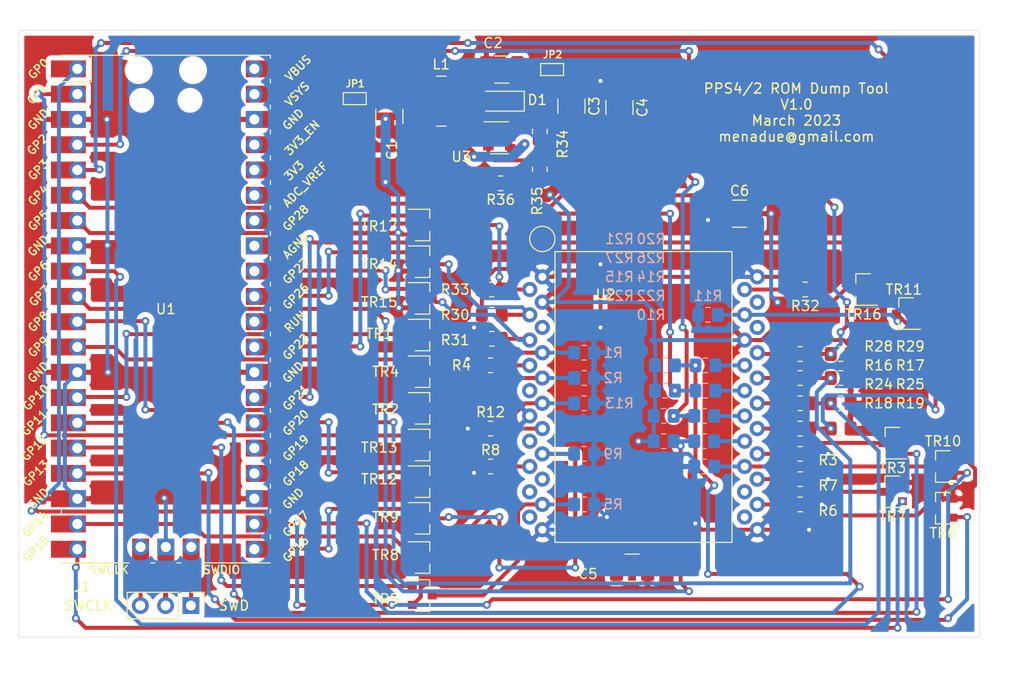
<source format=kicad_pcb>
(kicad_pcb (version 20171130) (host pcbnew 5.1.5+dfsg1-2build2)
  (layers (0 F.Cu signal) (31 B.Cu signal) (34 B.Paste user) (35 F.Paste user) (36 B.SilkS user) (37 F.SilkS user) (38 B.Mask user) (39 F.Mask user) (44 Edge.Cuts user))
  (net 0 "")
  (net 1 VDD)
  (net 2 A11X)
  (net 3 AB3)
  (net 4 VSS)
  (net 5 AB1)
  (net 6 AB4)
  (net 7 AB2)
  (net 8 AB5)
  (net 9 AB6)
  (net 10 AB8)
  (net 11 AB7)
  (net 12 AB9)
  (net 13 AB10)
  (net 14 CLKA)
  (net 15 CLKB)
  (net 16 IP_ID3)
  (net 17 ID3)
  (net 18 IP_ID2)
  (net 19 ID2)
  (net 20 IP_ID4)
  (net 21 ID4)
  (net 22 IP_ID1)
  (net 23 ID1)
  (net 24 IP_ID8)
  (net 25 ID8)
  (net 26 IP_ID7)
  (net 27 ID7)
  (net 28 IP_ID6)
  (net 29 ID6)
  (net 30 IP_ID5)
  (net 31 ID5)
  (net 32 AS3)
  (net 33 AS4)
  (net 34 AS1)
  (net 35 AS2)
  (net 36 "Net-(U1-Pad30)")
  (net 37 "Net-(U1-Pad33)")
  (net 38 "Net-(U1-Pad34)")
  (net 39 "Net-(U1-Pad35)")
  (net 40 "Net-(U1-Pad36)")
  (net 41 "Net-(U1-Pad37)")
  (net 42 "Net-(U1-Pad40)")
  (net 43 "Net-(C1-Pad1)")
  (net 44 "Net-(C2-Pad1)")
  (net 45 "Net-(D1-Pad2)")
  (net 46 "Net-(R34-Pad2)")
  (net 47 "Net-(R35-Pad2)")
  (net 48 PAB3)
  (net 49 PAB1)
  (net 50 PAB4)
  (net 51 PAB2)
  (net 52 PAB5)
  (net 53 PAB6)
  (net 54 PAB8)
  (net 55 PAB7)
  (net 56 PAB9)
  (net 57 PAB10)
  (net 58 PCLKA)
  (net 59 PCLKB)
  (net 60 PAS3)
  (net 61 PAS4)
  (net 62 PAS1)
  (net 63 PAS2)
  (net 64 SWD)
  (net 65 SWCLK)
  (net 66 PA11X)
  (net 67 VSYS)
  (module Capacitor_SMD:C_1210_3225Metric_Pad1.33x2.70mm_HandSolder (layer F.Cu) (at 118.11 43.815)
    (fp_text reference C6 (at 0 -2.3) (layer F.SilkS))
    (fp_text value 100nF)
    (pad 2 smd roundrect (at 1.5625 0) (size 1.325 2.7) (layers F.Cu F.Paste F.Mask) (roundrect_rratio 0.188679) (net 1 VDD))
    (pad 1 smd roundrect (at -1.5625 0) (size 1.325 2.7) (layers F.Cu F.Paste F.Mask) (roundrect_rratio 0.188679) (net 4 VSS))
  )
  (module Capacitor_SMD:C_1210_3225Metric_Pad1.33x2.70mm_HandSolder (layer F.Cu) (at 107.315 79.375)
    (fp_text reference C5 (at -4.445 0.635) (layer F.SilkS))
    (fp_text value 100nF)
    (pad 2 smd roundrect (at 1.5625 0) (size 1.325 2.7) (layers F.Cu F.Paste F.Mask) (roundrect_rratio 0.188679) (net 1 VDD))
    (pad 1 smd roundrect (at -1.5625 0) (size 1.325 2.7) (layers F.Cu F.Paste F.Mask) (roundrect_rratio 0.188679) (net 4 VSS))
  )
  (module Capacitor_SMD:C_1210_3225Metric_Pad1.33x2.70mm_HandSolder (layer F.Cu) (at 106.045 33.147 270)
    (fp_text reference C4 (at 0 -2.3 90) (layer F.SilkS))
    (fp_text value 100nF)
    (pad 2 smd roundrect (at 1.5625 0 270) (size 1.325 2.7) (layers F.Cu F.Paste F.Mask) (roundrect_rratio 0.188679) (net 1 VDD))
    (pad 1 smd roundrect (at -1.5625 0 270) (size 1.325 2.7) (layers F.Cu F.Paste F.Mask) (roundrect_rratio 0.188679) (net 4 VSS))
  )
  (module Connector_PinHeader_2.54mm:PinHeader_1x03_P2.54mm_Vertical (layer F.Cu) (at 62.992 83.185 270)
    (fp_text reference J1 (at -1.905 10.922 180) (layer F.SilkS))
    (fp_text value Conn_01x03_Female)
    (pad 3 thru_hole oval (at 0 5.08 270) (size 1.7 1.7) (drill 1) (layers *.Cu *.Mask) (net 65 SWCLK))
    (pad 2 thru_hole oval (at 0 2.54 270) (size 1.7 1.7) (drill 1) (layers *.Cu *.Mask) (net 1 VDD))
    (pad 1 thru_hole rect (at 0 0 270) (size 1.7 1.7) (drill 1) (layers *.Cu *.Mask) (net 64 SWD))
  )
  (module Package_TO_SOT_SMD:SOT-23-6 (layer F.Cu) (at 93.98 36.195)
    (fp_text reference U3 (at -3.81 1.905) (layer F.SilkS))
    (fp_text value Regulator_Switching_MT3608)
    (pad 5 smd rect (at 1.1 0) (size 1.06 0.65) (layers F.Cu F.Paste F.Mask) (net 43 "Net-(C1-Pad1)"))
    (pad 6 smd rect (at 1.1 -0.95) (size 1.06 0.65) (layers F.Cu F.Paste F.Mask))
    (pad 4 smd rect (at 1.1 0.95) (size 1.06 0.65) (layers F.Cu F.Paste F.Mask) (net 43 "Net-(C1-Pad1)"))
    (pad 3 smd rect (at -1.1 0.95) (size 1.06 0.65) (layers F.Cu F.Paste F.Mask) (net 46 "Net-(R34-Pad2)"))
    (pad 2 smd rect (at -1.1 0) (size 1.06 0.65) (layers F.Cu F.Paste F.Mask) (net 1 VDD))
    (pad 1 smd rect (at -1.1 -0.95) (size 1.06 0.65) (layers F.Cu F.Paste F.Mask) (net 45 "Net-(D1-Pad2)"))
  )
  (module Resistor_SMD:R_0805_2012Metric (layer F.Cu) (at 94.107 40.767 180)
    (fp_text reference R36 (at 0 -1.65) (layer F.SilkS))
    (fp_text value 1500)
    (pad 2 smd roundrect (at 0.9125 0 180) (size 1.025 1.4) (layers F.Cu F.Paste F.Mask) (roundrect_rratio 0.243902) (net 1 VDD))
    (pad 1 smd roundrect (at -0.9125 0 180) (size 1.025 1.4) (layers F.Cu F.Paste F.Mask) (roundrect_rratio 0.243902) (net 47 "Net-(R35-Pad2)"))
  )
  (module Resistor_SMD:R_0805_2012Metric (layer F.Cu) (at 98.044 39.37 270)
    (fp_text reference R35 (at 3.175 0.254 90) (layer F.SilkS))
    (fp_text value 220)
    (pad 2 smd roundrect (at 0.9125 0 270) (size 1.025 1.4) (layers F.Cu F.Paste F.Mask) (roundrect_rratio 0.243902) (net 47 "Net-(R35-Pad2)"))
    (pad 1 smd roundrect (at -0.9125 0 270) (size 1.025 1.4) (layers F.Cu F.Paste F.Mask) (roundrect_rratio 0.243902) (net 46 "Net-(R34-Pad2)"))
  )
  (module Resistor_SMD:R_0805_2012Metric (layer F.Cu) (at 98.044 35.56 270)
    (fp_text reference R34 (at 1.27 -2.286 90) (layer F.SilkS))
    (fp_text value 47k)
    (pad 2 smd roundrect (at 0.9125 0 270) (size 1.025 1.4) (layers F.Cu F.Paste F.Mask) (roundrect_rratio 0.243902) (net 46 "Net-(R34-Pad2)"))
    (pad 1 smd roundrect (at -0.9125 0 270) (size 1.025 1.4) (layers F.Cu F.Paste F.Mask) (roundrect_rratio 0.243902) (net 44 "Net-(C2-Pad1)"))
  )
  (module Inductor_SMD:L_Coilcraft_LPS5030 (layer F.Cu) (at 88.138 32.512)
    (fp_text reference L1 (at 0 -3.7) (layer F.SilkS))
    (fp_text value 22uH)
    (pad 2 smd custom (at 2.2275 0) (size 1.055 3.4) (layers F.Cu F.Paste F.Mask) (net 45 "Net-(D1-Pad2)") (options (clearance outline) (anchor rect)) (primitives (gr_poly (pts (xy -1.4675 -1.7) (xy -0.5275 -0.8445) (xy -0.5275 0.8445) (xy -1.4675 1.7) (xy -1.4675 2.755) (xy -0.5275 2.755) (xy 0.5275 1.7) (xy 0.5275 -1.7) (xy -0.5275 -2.755) (xy -1.4675 -2.755)) (width 0))))
    (pad 1 smd custom (at -2.2275 0) (size 1.055 3.4) (layers F.Cu F.Paste F.Mask) (net 43 "Net-(C1-Pad1)") (options (clearance outline) (anchor rect)) (primitives (gr_poly (pts (xy 1.4675 -1.7) (xy 0.5275 -0.8445) (xy 0.5275 0.8445) (xy 1.4675 1.7) (xy 1.4675 2.755) (xy 0.5275 2.755) (xy -0.5275 1.7) (xy -0.5275 -1.7) (xy 0.5275 -2.755) (xy 1.4675 -2.755)) (width 0))))
  )
  (module psion_org_2:SolderJumper-2_P1.3mm_Open_Pad0.8x0.8mm (layer F.Cu) (at 99.329 29.337)
    (fp_text reference JP2 (at 0 -1.5) (layer F.SilkS) (effects (font (size 0.7 0.7))))
    (fp_text value SolderJumper_2_Open)
    (pad 2 smd rect (at 0.5 0) (size 0.8 0.8) (layers F.Cu F.Mask) (net 4 VSS))
    (pad 1 smd rect (at -0.65 0) (size 0.8 0.8) (layers F.Cu F.Mask) (net 44 "Net-(C2-Pad1)"))
  )
  (module psion_org_2:SolderJumper-2_P1.3mm_Open_Pad0.8x0.8mm (layer F.Cu) (at 79.502 32.258)
    (fp_text reference JP1 (at 0 -1.5) (layer F.SilkS) (effects (font (size 0.7 0.7))))
    (fp_text value Jumper_NO_Small)
    (pad 2 smd rect (at 0.5 0) (size 0.8 0.8) (layers F.Cu F.Mask) (net 43 "Net-(C1-Pad1)"))
    (pad 1 smd rect (at -0.65 0) (size 0.8 0.8) (layers F.Cu F.Mask) (net 67 VSYS))
  )
  (module Diode_SMD:D_SOD-123 (layer F.Cu) (at 94.234 32.512 180)
    (fp_text reference D1 (at -3.556 0.127) (layer F.SilkS))
    (fp_text value SS36)
    (pad 2 smd rect (at 1.65 0 180) (size 0.9 1.2) (layers F.Cu F.Paste F.Mask) (net 45 "Net-(D1-Pad2)"))
    (pad 1 smd rect (at -1.65 0 180) (size 0.9 1.2) (layers F.Cu F.Paste F.Mask) (net 44 "Net-(C2-Pad1)"))
  )
  (module Capacitor_SMD:C_1210_3225Metric_Pad1.33x2.70mm_HandSolder (layer F.Cu) (at 101.219 33.02 270)
    (fp_text reference C3 (at 0 -2.3 90) (layer F.SilkS))
    (fp_text value 10uF)
    (pad 2 smd roundrect (at 1.5625 0 270) (size 1.325 2.7) (layers F.Cu F.Paste F.Mask) (roundrect_rratio 0.188679) (net 1 VDD))
    (pad 1 smd roundrect (at -1.5625 0 270) (size 1.325 2.7) (layers F.Cu F.Paste F.Mask) (roundrect_rratio 0.188679) (net 4 VSS))
  )
  (module Capacitor_SMD:C_1210_3225Metric_Pad1.33x2.70mm_HandSolder (layer F.Cu) (at 94.234 29.337 180)
    (fp_text reference C2 (at 0.889 2.667) (layer F.SilkS))
    (fp_text value 22uF)
    (pad 2 smd roundrect (at 1.5625 0 180) (size 1.325 2.7) (layers F.Cu F.Paste F.Mask) (roundrect_rratio 0.188679) (net 1 VDD))
    (pad 1 smd roundrect (at -1.5625 0 180) (size 1.325 2.7) (layers F.Cu F.Paste F.Mask) (roundrect_rratio 0.188679) (net 44 "Net-(C2-Pad1)"))
  )
  (module Capacitor_SMD:C_1210_3225Metric_Pad1.33x2.70mm_HandSolder (layer F.Cu) (at 82.931 34.036 270)
    (fp_text reference C1 (at 3.429 -0.254 90) (layer F.SilkS))
    (fp_text value 22uF)
    (pad 2 smd roundrect (at 1.5625 0 270) (size 1.325 2.7) (layers F.Cu F.Paste F.Mask) (roundrect_rratio 0.188679) (net 1 VDD))
    (pad 1 smd roundrect (at -1.5625 0 270) (size 1.325 2.7) (layers F.Cu F.Paste F.Mask) (roundrect_rratio 0.188679) (net 43 "Net-(C1-Pad1)"))
  )
  (module ajm_kicad:qip42 (layer F.Cu) (at 104.648 51.435)
    (fp_text reference U2 (at 0 0.5) (layer F.SilkS))
    (fp_text value pps4-rom-a05)
    (pad 42 thru_hole circle (at 15.24 -1.27) (size 1.524 1.524) (drill 0.8) (layers *.Cu *.Mask) (net 4 VSS))
    (pad 41 thru_hole circle (at 13.97 0) (size 1.524 1.524) (drill 0.8) (layers *.Cu *.Mask) (net 34 AS1))
    (pad 40 thru_hole circle (at 15.24 1.27) (size 1.524 1.524) (drill 0.8) (layers *.Cu *.Mask))
    (pad 39 thru_hole circle (at 13.97 2.54) (size 1.524 1.524) (drill 0.8) (layers *.Cu *.Mask) (net 2 A11X))
    (pad 38 thru_hole circle (at 15.24 3.81) (size 1.524 1.524) (drill 0.8) (layers *.Cu *.Mask))
    (pad 37 thru_hole circle (at 13.97 5.08) (size 1.524 1.524) (drill 0.8) (layers *.Cu *.Mask) (net 1 VDD))
    (pad 36 thru_hole circle (at 15.24 6.35) (size 1.524 1.524) (drill 0.8) (layers *.Cu *.Mask) (net 31 ID5))
    (pad 35 thru_hole circle (at 13.97 7.62) (size 1.524 1.524) (drill 0.8) (layers *.Cu *.Mask) (net 23 ID1))
    (pad 34 thru_hole circle (at 15.24 8.89) (size 1.524 1.524) (drill 0.8) (layers *.Cu *.Mask) (net 19 ID2))
    (pad 33 thru_hole circle (at 13.97 10.16) (size 1.524 1.524) (drill 0.8) (layers *.Cu *.Mask) (net 29 ID6))
    (pad 32 thru_hole circle (at 15.24 11.43) (size 1.524 1.524) (drill 0.8) (layers *.Cu *.Mask) (net 27 ID7))
    (pad 31 thru_hole circle (at 13.97 12.7) (size 1.524 1.524) (drill 0.8) (layers *.Cu *.Mask) (net 17 ID3))
    (pad 30 thru_hole circle (at 15.24 13.97) (size 1.524 1.524) (drill 0.8) (layers *.Cu *.Mask) (net 21 ID4))
    (pad 29 thru_hole circle (at 13.97 15.24) (size 1.524 1.524) (drill 0.8) (layers *.Cu *.Mask) (net 25 ID8))
    (pad 28 thru_hole circle (at 15.24 16.51) (size 1.524 1.524) (drill 0.8) (layers *.Cu *.Mask) (net 6 AB4))
    (pad 27 thru_hole circle (at 13.97 17.78) (size 1.524 1.524) (drill 0.8) (layers *.Cu *.Mask) (net 13 AB10))
    (pad 26 thru_hole circle (at 15.24 19.05) (size 1.524 1.524) (drill 0.8) (layers *.Cu *.Mask) (net 10 AB8))
    (pad 25 thru_hole circle (at 13.97 20.32) (size 1.524 1.524) (drill 0.8) (layers *.Cu *.Mask))
    (pad 24 thru_hole circle (at 15.24 21.59) (size 1.524 1.524) (drill 0.8) (layers *.Cu *.Mask) (net 9 AB6))
    (pad 23 thru_hole circle (at 13.97 22.86) (size 1.524 1.524) (drill 0.8) (layers *.Cu *.Mask))
    (pad 22 thru_hole circle (at 15.24 24.13) (size 1.524 1.524) (drill 0.8) (layers *.Cu *.Mask) (net 4 VSS))
    (pad 21 thru_hole circle (at -6.35 24.13) (size 1.524 1.524) (drill 0.8) (layers *.Cu *.Mask) (net 4 VSS))
    (pad 20 thru_hole circle (at -7.62 22.86) (size 1.524 1.524) (drill 0.8) (layers *.Cu *.Mask))
    (pad 19 thru_hole circle (at -6.35 21.59) (size 1.524 1.524) (drill 0.8) (layers *.Cu *.Mask) (net 8 AB5))
    (pad 18 thru_hole circle (at -7.62 20.32) (size 1.524 1.524) (drill 0.8) (layers *.Cu *.Mask))
    (pad 17 thru_hole circle (at -6.35 19.05) (size 1.524 1.524) (drill 0.8) (layers *.Cu *.Mask))
    (pad 16 thru_hole circle (at -7.62 17.78) (size 1.524 1.524) (drill 0.8) (layers *.Cu *.Mask) (net 11 AB7))
    (pad 15 thru_hole circle (at -6.35 16.51) (size 1.524 1.524) (drill 0.8) (layers *.Cu *.Mask) (net 12 AB9))
    (pad 14 thru_hole circle (at -7.62 15.24) (size 1.524 1.524) (drill 0.8) (layers *.Cu *.Mask))
    (pad 13 thru_hole circle (at -6.35 13.97) (size 1.524 1.524) (drill 0.8) (layers *.Cu *.Mask) (net 14 CLKA))
    (pad 12 thru_hole circle (at -7.62 12.7) (size 1.524 1.524) (drill 0.8) (layers *.Cu *.Mask) (net 4 VSS))
    (pad 11 thru_hole circle (at -6.35 11.43) (size 1.524 1.524) (drill 0.8) (layers *.Cu *.Mask) (net 15 CLKB))
    (pad 10 thru_hole circle (at -7.62 10.16) (size 1.524 1.524) (drill 0.8) (layers *.Cu *.Mask))
    (pad 9 thru_hole circle (at -6.35 8.89) (size 1.524 1.524) (drill 0.8) (layers *.Cu *.Mask) (net 5 AB1))
    (pad 8 thru_hole circle (at -7.62 7.62) (size 1.524 1.524) (drill 0.8) (layers *.Cu *.Mask) (net 7 AB2))
    (pad 7 thru_hole circle (at -6.35 6.35) (size 1.524 1.524) (drill 0.8) (layers *.Cu *.Mask) (net 3 AB3))
    (pad 6 thru_hole circle (at -7.62 5.08) (size 1.524 1.524) (drill 0.8) (layers *.Cu *.Mask) (net 33 AS4))
    (pad 5 thru_hole circle (at -6.35 3.81) (size 1.524 1.524) (drill 0.8) (layers *.Cu *.Mask))
    (pad 4 thru_hole circle (at -7.62 2.54) (size 1.524 1.524) (drill 0.8) (layers *.Cu *.Mask) (net 32 AS3))
    (pad 3 thru_hole circle (at -6.35 1.27) (size 1.524 1.524) (drill 0.8) (layers *.Cu *.Mask) (net 1 VDD))
    (pad 2 thru_hole circle (at -7.62 0) (size 1.524 1.524) (drill 0.8) (layers *.Cu *.Mask) (net 35 AS2))
    (pad 1 thru_hole circle (at -6.35 -1.27) (size 1.524 1.524) (drill 0.8) (layers *.Cu *.Mask) (net 4 VSS))
  )
  (module rp2040:RPi_Pico_SMD_TH (layer F.Cu) (at 60.476599 53.3988)
    (fp_text reference U1 (at 0 0) (layer F.SilkS))
    (fp_text value Pico)
    (fp_text user SWDIO (at 5.6 26.2) (layer F.SilkS) (effects (font (size 0.8 0.8))))
    (fp_text user SWCLK (at -5.7 26.2) (layer F.SilkS) (effects (font (size 0.8 0.8))))
    (fp_text user AGND (at 13.054 -6.35 45) (layer F.SilkS) (effects (font (size 0.8 0.8))))
    (fp_text user GND (at 12.8 -19.05 45) (layer F.SilkS) (effects (font (size 0.8 0.8))))
    (fp_text user GND (at 12.8 6.35 45) (layer F.SilkS) (effects (font (size 0.8 0.8))))
    (fp_text user GND (at 12.8 19.05 45) (layer F.SilkS) (effects (font (size 0.8 0.8))))
    (fp_text user GND (at -12.8 19.05 45) (layer F.SilkS) (effects (font (size 0.8 0.8))))
    (fp_text user GND (at -12.8 6.35 45) (layer F.SilkS) (effects (font (size 0.8 0.8))))
    (fp_text user GND (at -12.8 -6.35 45) (layer F.SilkS) (effects (font (size 0.8 0.8))))
    (fp_text user GND (at -12.8 -19.05 45) (layer F.SilkS) (effects (font (size 0.8 0.8))))
    (fp_text user VBUS (at 13.3 -24.2 45) (layer F.SilkS) (effects (font (size 0.8 0.8))))
    (fp_text user VSYS (at 13.2 -21.59 45) (layer F.SilkS) (effects (font (size 0.8 0.8))))
    (fp_text user 3V3_EN (at 13.7 -17.2 45) (layer F.SilkS) (effects (font (size 0.8 0.8))))
    (fp_text user 3V3 (at 12.9 -13.9 45) (layer F.SilkS) (effects (font (size 0.8 0.8))))
    (fp_text user ADC_VREF (at 14 -12.5 45) (layer F.SilkS) (effects (font (size 0.8 0.8))))
    (fp_text user GP28 (at 13.054 -9.144 45) (layer F.SilkS) (effects (font (size 0.8 0.8))))
    (fp_text user GP27 (at 13.054 -3.8 45) (layer F.SilkS) (effects (font (size 0.8 0.8))))
    (fp_text user GP26 (at 13.054 -1.27 45) (layer F.SilkS) (effects (font (size 0.8 0.8))))
    (fp_text user RUN (at 13 1.27 45) (layer F.SilkS) (effects (font (size 0.8 0.8))))
    (fp_text user GP22 (at 13.054 3.81 45) (layer F.SilkS) (effects (font (size 0.8 0.8))))
    (fp_text user GP21 (at 13.054 8.9 45) (layer F.SilkS) (effects (font (size 0.8 0.8))))
    (fp_text user GP20 (at 13.054 11.43 45) (layer F.SilkS) (effects (font (size 0.8 0.8))))
    (fp_text user GP19 (at 13.054 13.97 45) (layer F.SilkS) (effects (font (size 0.8 0.8))))
    (fp_text user GP18 (at 13.054 16.51 45) (layer F.SilkS) (effects (font (size 0.8 0.8))))
    (fp_text user GP17 (at 13.054 21.59 45) (layer F.SilkS) (effects (font (size 0.8 0.8))))
    (fp_text user GP16 (at 13.054 24.13 45) (layer F.SilkS) (effects (font (size 0.8 0.8))))
    (fp_text user GP15 (at -13.054 24.13 45) (layer F.SilkS) (effects (font (size 0.8 0.8))))
    (fp_text user GP14 (at -13.1 21.59 45) (layer F.SilkS) (effects (font (size 0.8 0.8))))
    (fp_text user GP13 (at -13.054 16.51 45) (layer F.SilkS) (effects (font (size 0.8 0.8))))
    (fp_text user GP12 (at -13.2 13.97 45) (layer F.SilkS) (effects (font (size 0.8 0.8))))
    (fp_text user GP11 (at -13.2 11.43 45) (layer F.SilkS) (effects (font (size 0.8 0.8))))
    (fp_text user GP10 (at -13.054 8.89 45) (layer F.SilkS) (effects (font (size 0.8 0.8))))
    (fp_text user GP9 (at -12.8 3.81 45) (layer F.SilkS) (effects (font (size 0.8 0.8))))
    (fp_text user GP8 (at -12.8 1.27 45) (layer F.SilkS) (effects (font (size 0.8 0.8))))
    (fp_text user GP7 (at -12.7 -1.3 45) (layer F.SilkS) (effects (font (size 0.8 0.8))))
    (fp_text user GP6 (at -12.8 -3.81 45) (layer F.SilkS) (effects (font (size 0.8 0.8))))
    (fp_text user GP5 (at -12.8 -8.89 45) (layer F.SilkS) (effects (font (size 0.8 0.8))))
    (fp_text user GP4 (at -12.8 -11.43 45) (layer F.SilkS) (effects (font (size 0.8 0.8))))
    (fp_text user GP3 (at -12.8 -13.97 45) (layer F.SilkS) (effects (font (size 0.8 0.8))))
    (fp_text user GP0 (at -12.8 -24.13 45) (layer F.SilkS) (effects (font (size 0.8 0.8))))
    (fp_text user GP2 (at -12.9 -16.51 45) (layer F.SilkS) (effects (font (size 0.8 0.8))))
    (fp_text user GP1 (at -12.9 -21.6 45) (layer F.SilkS) (effects (font (size 0.8 0.8))))
    (pad 43 thru_hole oval (at 2.54 23.9) (size 1.7 1.7) (drill 1.02) (layers *.Cu *.Mask) (net 64 SWD))
    (pad 43 smd rect (at 2.54 23.9 90) (size 3.5 1.7) (drill (offset -0.9 0)) (layers F.Cu F.Mask) (net 64 SWD))
    (pad 42 thru_hole rect (at 0 23.9) (size 1.7 1.7) (drill 1.02) (layers *.Cu *.Mask) (net 1 VDD))
    (pad 42 smd rect (at 0 23.9 90) (size 3.5 1.7) (drill (offset -0.9 0)) (layers F.Cu F.Mask) (net 1 VDD))
    (pad 41 thru_hole oval (at -2.54 23.9) (size 1.7 1.7) (drill 1.02) (layers *.Cu *.Mask) (net 65 SWCLK))
    (pad 41 smd rect (at -2.54 23.9 90) (size 3.5 1.7) (drill (offset -0.9 0)) (layers F.Cu F.Mask) (net 65 SWCLK))
    (pad "" np_thru_hole oval (at 2.425 -20.97) (size 1.5 1.5) (drill 1.5) (layers *.Cu *.Mask))
    (pad "" np_thru_hole oval (at -2.425 -20.97) (size 1.5 1.5) (drill 1.5) (layers *.Cu *.Mask))
    (pad "" np_thru_hole oval (at 2.725 -24) (size 1.8 1.8) (drill 1.8) (layers *.Cu *.Mask))
    (pad "" np_thru_hole oval (at -2.725 -24) (size 1.8 1.8) (drill 1.8) (layers *.Cu *.Mask))
    (pad 21 smd rect (at 8.89 24.13) (size 3.5 1.7) (drill (offset 0.9 0)) (layers F.Cu F.Mask) (net 56 PAB9))
    (pad 22 smd rect (at 8.89 21.59) (size 3.5 1.7) (drill (offset 0.9 0)) (layers F.Cu F.Mask) (net 57 PAB10))
    (pad 23 smd rect (at 8.89 19.05) (size 3.5 1.7) (drill (offset 0.9 0)) (layers F.Cu F.Mask) (net 1 VDD))
    (pad 24 smd rect (at 8.89 16.51) (size 3.5 1.7) (drill (offset 0.9 0)) (layers F.Cu F.Mask) (net 66 PA11X))
    (pad 25 smd rect (at 8.89 13.97) (size 3.5 1.7) (drill (offset 0.9 0)) (layers F.Cu F.Mask) (net 59 PCLKB))
    (pad 26 smd rect (at 8.89 11.43) (size 3.5 1.7) (drill (offset 0.9 0)) (layers F.Cu F.Mask) (net 58 PCLKA))
    (pad 27 smd rect (at 8.89 8.89) (size 3.5 1.7) (drill (offset 0.9 0)) (layers F.Cu F.Mask) (net 62 PAS1))
    (pad 28 smd rect (at 8.89 6.35) (size 3.5 1.7) (drill (offset 0.9 0)) (layers F.Cu F.Mask) (net 1 VDD))
    (pad 29 smd rect (at 8.89 3.81) (size 3.5 1.7) (drill (offset 0.9 0)) (layers F.Cu F.Mask) (net 63 PAS2))
    (pad 30 smd rect (at 8.89 1.27) (size 3.5 1.7) (drill (offset 0.9 0)) (layers F.Cu F.Mask) (net 36 "Net-(U1-Pad30)"))
    (pad 31 smd rect (at 8.89 -1.27) (size 3.5 1.7) (drill (offset 0.9 0)) (layers F.Cu F.Mask) (net 60 PAS3))
    (pad 32 smd rect (at 8.89 -3.81) (size 3.5 1.7) (drill (offset 0.9 0)) (layers F.Cu F.Mask) (net 61 PAS4))
    (pad 33 smd rect (at 8.89 -6.35) (size 3.5 1.7) (drill (offset 0.9 0)) (layers F.Cu F.Mask) (net 37 "Net-(U1-Pad33)"))
    (pad 34 smd rect (at 8.89 -8.89) (size 3.5 1.7) (drill (offset 0.9 0)) (layers F.Cu F.Mask) (net 38 "Net-(U1-Pad34)"))
    (pad 35 smd rect (at 8.89 -11.43) (size 3.5 1.7) (drill (offset 0.9 0)) (layers F.Cu F.Mask) (net 39 "Net-(U1-Pad35)"))
    (pad 36 smd rect (at 8.89 -13.97) (size 3.5 1.7) (drill (offset 0.9 0)) (layers F.Cu F.Mask) (net 40 "Net-(U1-Pad36)"))
    (pad 37 smd rect (at 8.89 -16.51) (size 3.5 1.7) (drill (offset 0.9 0)) (layers F.Cu F.Mask) (net 41 "Net-(U1-Pad37)"))
    (pad 38 smd rect (at 8.89 -19.05) (size 3.5 1.7) (drill (offset 0.9 0)) (layers F.Cu F.Mask) (net 1 VDD))
    (pad 39 smd rect (at 8.89 -21.59) (size 3.5 1.7) (drill (offset 0.9 0)) (layers F.Cu F.Mask) (net 67 VSYS))
    (pad 40 smd rect (at 8.89 -24.13) (size 3.5 1.7) (drill (offset 0.9 0)) (layers F.Cu F.Mask) (net 42 "Net-(U1-Pad40)"))
    (pad 20 smd rect (at -8.89 24.13) (size 3.5 1.7) (drill (offset -0.9 0)) (layers F.Cu F.Mask) (net 54 PAB8))
    (pad 19 smd rect (at -8.89 21.59) (size 3.5 1.7) (drill (offset -0.9 0)) (layers F.Cu F.Mask) (net 55 PAB7))
    (pad 18 smd rect (at -8.89 19.05) (size 3.5 1.7) (drill (offset -0.9 0)) (layers F.Cu F.Mask) (net 1 VDD))
    (pad 17 smd rect (at -8.89 16.51) (size 3.5 1.7) (drill (offset -0.9 0)) (layers F.Cu F.Mask) (net 53 PAB6))
    (pad 16 smd rect (at -8.89 13.97) (size 3.5 1.7) (drill (offset -0.9 0)) (layers F.Cu F.Mask) (net 52 PAB5))
    (pad 15 smd rect (at -8.89 11.43) (size 3.5 1.7) (drill (offset -0.9 0)) (layers F.Cu F.Mask) (net 50 PAB4))
    (pad 14 smd rect (at -8.89 8.89) (size 3.5 1.7) (drill (offset -0.9 0)) (layers F.Cu F.Mask) (net 48 PAB3))
    (pad 13 smd rect (at -8.89 6.35) (size 3.5 1.7) (drill (offset -0.9 0)) (layers F.Cu F.Mask) (net 1 VDD))
    (pad 12 smd rect (at -8.89 3.81) (size 3.5 1.7) (drill (offset -0.9 0)) (layers F.Cu F.Mask) (net 51 PAB2))
    (pad 11 smd rect (at -8.89 1.27) (size 3.5 1.7) (drill (offset -0.9 0)) (layers F.Cu F.Mask) (net 49 PAB1))
    (pad 10 smd rect (at -8.89 -1.27) (size 3.5 1.7) (drill (offset -0.9 0)) (layers F.Cu F.Mask) (net 24 IP_ID8))
    (pad 9 smd rect (at -8.89 -3.81) (size 3.5 1.7) (drill (offset -0.9 0)) (layers F.Cu F.Mask) (net 26 IP_ID7))
    (pad 8 smd rect (at -8.89 -6.35) (size 3.5 1.7) (drill (offset -0.9 0)) (layers F.Cu F.Mask) (net 1 VDD))
    (pad 7 smd rect (at -8.89 -8.89) (size 3.5 1.7) (drill (offset -0.9 0)) (layers F.Cu F.Mask) (net 28 IP_ID6))
    (pad 6 smd rect (at -8.89 -11.43) (size 3.5 1.7) (drill (offset -0.9 0)) (layers F.Cu F.Mask) (net 30 IP_ID5))
    (pad 5 smd rect (at -8.89 -13.97) (size 3.5 1.7) (drill (offset -0.9 0)) (layers F.Cu F.Mask) (net 20 IP_ID4))
    (pad 4 smd rect (at -8.89 -16.51) (size 3.5 1.7) (drill (offset -0.9 0)) (layers F.Cu F.Mask) (net 16 IP_ID3))
    (pad 3 smd rect (at -8.89 -19.05) (size 3.5 1.7) (drill (offset -0.9 0)) (layers F.Cu F.Mask) (net 1 VDD))
    (pad 2 smd rect (at -8.89 -21.59) (size 3.5 1.7) (drill (offset -0.9 0)) (layers F.Cu F.Mask) (net 18 IP_ID2))
    (pad 1 smd rect (at -8.89 -24.13) (size 3.5 1.7) (drill (offset -0.9 0)) (layers F.Cu F.Mask) (net 22 IP_ID1))
    (pad 40 thru_hole oval (at 8.89 -24.13) (size 1.7 1.7) (drill 1.02) (layers *.Cu *.Mask) (net 42 "Net-(U1-Pad40)"))
    (pad 39 thru_hole oval (at 8.89 -21.59) (size 1.7 1.7) (drill 1.02) (layers *.Cu *.Mask) (net 67 VSYS))
    (pad 38 thru_hole rect (at 8.89 -19.05) (size 1.7 1.7) (drill 1.02) (layers *.Cu *.Mask) (net 1 VDD))
    (pad 37 thru_hole oval (at 8.89 -16.51) (size 1.7 1.7) (drill 1.02) (layers *.Cu *.Mask) (net 41 "Net-(U1-Pad37)"))
    (pad 36 thru_hole oval (at 8.89 -13.97) (size 1.7 1.7) (drill 1.02) (layers *.Cu *.Mask) (net 40 "Net-(U1-Pad36)"))
    (pad 35 thru_hole oval (at 8.89 -11.43) (size 1.7 1.7) (drill 1.02) (layers *.Cu *.Mask) (net 39 "Net-(U1-Pad35)"))
    (pad 34 thru_hole oval (at 8.89 -8.89) (size 1.7 1.7) (drill 1.02) (layers *.Cu *.Mask) (net 38 "Net-(U1-Pad34)"))
    (pad 33 thru_hole rect (at 8.89 -6.35) (size 1.7 1.7) (drill 1.02) (layers *.Cu *.Mask) (net 37 "Net-(U1-Pad33)"))
    (pad 32 thru_hole oval (at 8.89 -3.81) (size 1.7 1.7) (drill 1.02) (layers *.Cu *.Mask) (net 61 PAS4))
    (pad 31 thru_hole oval (at 8.89 -1.27) (size 1.7 1.7) (drill 1.02) (layers *.Cu *.Mask) (net 60 PAS3))
    (pad 30 thru_hole oval (at 8.89 1.27) (size 1.7 1.7) (drill 1.02) (layers *.Cu *.Mask) (net 36 "Net-(U1-Pad30)"))
    (pad 29 thru_hole oval (at 8.89 3.81) (size 1.7 1.7) (drill 1.02) (layers *.Cu *.Mask) (net 63 PAS2))
    (pad 28 thru_hole rect (at 8.89 6.35) (size 1.7 1.7) (drill 1.02) (layers *.Cu *.Mask) (net 1 VDD))
    (pad 27 thru_hole oval (at 8.89 8.89) (size 1.7 1.7) (drill 1.02) (layers *.Cu *.Mask) (net 62 PAS1))
    (pad 26 thru_hole oval (at 8.89 11.43) (size 1.7 1.7) (drill 1.02) (layers *.Cu *.Mask) (net 58 PCLKA))
    (pad 25 thru_hole oval (at 8.89 13.97) (size 1.7 1.7) (drill 1.02) (layers *.Cu *.Mask) (net 59 PCLKB))
    (pad 24 thru_hole oval (at 8.89 16.51) (size 1.7 1.7) (drill 1.02) (layers *.Cu *.Mask) (net 66 PA11X))
    (pad 23 thru_hole rect (at 8.89 19.05) (size 1.7 1.7) (drill 1.02) (layers *.Cu *.Mask) (net 1 VDD))
    (pad 22 thru_hole oval (at 8.89 21.59) (size 1.7 1.7) (drill 1.02) (layers *.Cu *.Mask) (net 57 PAB10))
    (pad 21 thru_hole oval (at 8.89 24.13) (size 1.7 1.7) (drill 1.02) (layers *.Cu *.Mask) (net 56 PAB9))
    (pad 20 thru_hole oval (at -8.89 24.13) (size 1.7 1.7) (drill 1.02) (layers *.Cu *.Mask) (net 54 PAB8))
    (pad 19 thru_hole oval (at -8.89 21.59) (size 1.7 1.7) (drill 1.02) (layers *.Cu *.Mask) (net 55 PAB7))
    (pad 18 thru_hole rect (at -8.89 19.05) (size 1.7 1.7) (drill 1.02) (layers *.Cu *.Mask) (net 1 VDD))
    (pad 17 thru_hole oval (at -8.89 16.51) (size 1.7 1.7) (drill 1.02) (layers *.Cu *.Mask) (net 53 PAB6))
    (pad 16 thru_hole oval (at -8.89 13.97) (size 1.7 1.7) (drill 1.02) (layers *.Cu *.Mask) (net 52 PAB5))
    (pad 15 thru_hole oval (at -8.89 11.43) (size 1.7 1.7) (drill 1.02) (layers *.Cu *.Mask) (net 50 PAB4))
    (pad 14 thru_hole oval (at -8.89 8.89) (size 1.7 1.7) (drill 1.02) (layers *.Cu *.Mask) (net 48 PAB3))
    (pad 13 thru_hole rect (at -8.89 6.35) (size 1.7 1.7) (drill 1.02) (layers *.Cu *.Mask) (net 1 VDD))
    (pad 12 thru_hole oval (at -8.89 3.81) (size 1.7 1.7) (drill 1.02) (layers *.Cu *.Mask) (net 51 PAB2))
    (pad 11 thru_hole oval (at -8.89 1.27) (size 1.7 1.7) (drill 1.02) (layers *.Cu *.Mask) (net 49 PAB1))
    (pad 10 thru_hole oval (at -8.89 -1.27) (size 1.7 1.7) (drill 1.02) (layers *.Cu *.Mask) (net 24 IP_ID8))
    (pad 9 thru_hole oval (at -8.89 -3.81) (size 1.7 1.7) (drill 1.02) (layers *.Cu *.Mask) (net 26 IP_ID7))
    (pad 8 thru_hole rect (at -8.89 -6.35) (size 1.7 1.7) (drill 1.02) (layers *.Cu *.Mask) (net 1 VDD))
    (pad 7 thru_hole oval (at -8.89 -8.89) (size 1.7 1.7) (drill 1.02) (layers *.Cu *.Mask) (net 28 IP_ID6))
    (pad 6 thru_hole oval (at -8.89 -11.43) (size 1.7 1.7) (drill 1.02) (layers *.Cu *.Mask) (net 30 IP_ID5))
    (pad 5 thru_hole oval (at -8.89 -13.97) (size 1.7 1.7) (drill 1.02) (layers *.Cu *.Mask) (net 20 IP_ID4))
    (pad 4 thru_hole oval (at -8.89 -16.51) (size 1.7 1.7) (drill 1.02) (layers *.Cu *.Mask) (net 16 IP_ID3))
    (pad 3 thru_hole rect (at -8.89 -19.05) (size 1.7 1.7) (drill 1.02) (layers *.Cu *.Mask) (net 1 VDD))
    (pad 2 thru_hole oval (at -8.89 -21.59) (size 1.7 1.7) (drill 1.02) (layers *.Cu *.Mask) (net 18 IP_ID2))
    (pad 1 thru_hole oval (at -8.89 -24.13) (size 1.7 1.7) (drill 1.02) (layers *.Cu *.Mask) (net 22 IP_ID1))
  )
  (module Resistor_SMD:R_0805_2012Metric_Pad1.20x1.40mm_HandSolder (layer F.Cu) (at 93.218 51.435)
    (fp_text reference R33 (at -3.683 0) (layer F.SilkS))
    (fp_text value 47k)
    (pad 2 smd roundrect (at 1 0) (size 1.2 1.4) (layers F.Cu F.Paste F.Mask) (roundrect_rratio 0.208333) (net 35 AS2))
    (pad 1 smd roundrect (at -1 0) (size 1.2 1.4) (layers F.Cu F.Paste F.Mask) (roundrect_rratio 0.208333) (net 4 VSS))
  )
  (module Resistor_SMD:R_0805_2012Metric_Pad1.20x1.40mm_HandSolder (layer F.Cu) (at 124.714 51.435 180)
    (fp_text reference R32 (at 0 -1.65) (layer F.SilkS))
    (fp_text value 47k)
    (pad 2 smd roundrect (at 1 0 180) (size 1.2 1.4) (layers F.Cu F.Paste F.Mask) (roundrect_rratio 0.208333) (net 34 AS1))
    (pad 1 smd roundrect (at -1 0 180) (size 1.2 1.4) (layers F.Cu F.Paste F.Mask) (roundrect_rratio 0.208333) (net 4 VSS))
  )
  (module Resistor_SMD:R_0805_2012Metric_Pad1.20x1.40mm_HandSolder (layer F.Cu) (at 93.218 56.388)
    (fp_text reference R31 (at -3.683 0.127) (layer F.SilkS))
    (fp_text value 47k)
    (pad 2 smd roundrect (at 1 0) (size 1.2 1.4) (layers F.Cu F.Paste F.Mask) (roundrect_rratio 0.208333) (net 33 AS4))
    (pad 1 smd roundrect (at -1 0) (size 1.2 1.4) (layers F.Cu F.Paste F.Mask) (roundrect_rratio 0.208333) (net 4 VSS))
  )
  (module Resistor_SMD:R_0805_2012Metric_Pad1.20x1.40mm_HandSolder (layer F.Cu) (at 93.218 53.975)
    (fp_text reference R30 (at -3.683 0) (layer F.SilkS))
    (fp_text value 47k)
    (pad 2 smd roundrect (at 1 0) (size 1.2 1.4) (layers F.Cu F.Paste F.Mask) (roundrect_rratio 0.208333) (net 32 AS3))
    (pad 1 smd roundrect (at -1 0) (size 1.2 1.4) (layers F.Cu F.Paste F.Mask) (roundrect_rratio 0.208333) (net 4 VSS))
  )
  (module Resistor_SMD:R_0805_2012Metric_Pad1.20x1.40mm_HandSolder (layer F.Cu) (at 128.27 57.912)
    (fp_text reference R29 (at 6.985 -0.762) (layer F.SilkS))
    (fp_text value 10k)
    (pad 2 smd roundrect (at 1 0) (size 1.2 1.4) (layers F.Cu F.Paste F.Mask) (roundrect_rratio 0.208333) (net 1 VDD))
    (pad 1 smd roundrect (at -1 0) (size 1.2 1.4) (layers F.Cu F.Paste F.Mask) (roundrect_rratio 0.208333) (net 30 IP_ID5))
  )
  (module Resistor_SMD:R_0805_2012Metric_Pad1.20x1.40mm_HandSolder (layer F.Cu) (at 124.206 57.912)
    (fp_text reference R28 (at 7.874 -0.762) (layer F.SilkS))
    (fp_text value 47k)
    (pad 2 smd roundrect (at 1 0) (size 1.2 1.4) (layers F.Cu F.Paste F.Mask) (roundrect_rratio 0.208333) (net 30 IP_ID5))
    (pad 1 smd roundrect (at -1 0) (size 1.2 1.4) (layers F.Cu F.Paste F.Mask) (roundrect_rratio 0.208333) (net 31 ID5))
  )
  (module Resistor_SMD:R_0805_2012Metric_Pad1.20x1.40mm_HandSolder (layer B.Cu) (at 110.617 61.595 180)
    (fp_text reference R27 (at 4.572 13.335) (layer B.SilkS) (effects (justify mirror)))
    (fp_text value 10k)
    (pad 2 smd roundrect (at 1 0 180) (size 1.2 1.4) (layers B.Cu B.Paste B.Mask) (roundrect_rratio 0.208333) (net 1 VDD))
    (pad 1 smd roundrect (at -1 0 180) (size 1.2 1.4) (layers B.Cu B.Paste B.Mask) (roundrect_rratio 0.208333) (net 28 IP_ID6))
  )
  (module Resistor_SMD:R_0805_2012Metric_Pad1.20x1.40mm_HandSolder (layer B.Cu) (at 114.681 61.595 180)
    (fp_text reference R26 (at 5.461 13.335) (layer B.SilkS) (effects (justify mirror)))
    (fp_text value 47k)
    (pad 2 smd roundrect (at 1 0 180) (size 1.2 1.4) (layers B.Cu B.Paste B.Mask) (roundrect_rratio 0.208333) (net 28 IP_ID6))
    (pad 1 smd roundrect (at -1 0 180) (size 1.2 1.4) (layers B.Cu B.Paste B.Mask) (roundrect_rratio 0.208333) (net 29 ID6))
  )
  (module Resistor_SMD:R_0805_2012Metric_Pad1.20x1.40mm_HandSolder (layer F.Cu) (at 128.27 62.865)
    (fp_text reference R25 (at 6.985 -1.905) (layer F.SilkS))
    (fp_text value 10k)
    (pad 2 smd roundrect (at 1 0) (size 1.2 1.4) (layers F.Cu F.Paste F.Mask) (roundrect_rratio 0.208333) (net 1 VDD))
    (pad 1 smd roundrect (at -1 0) (size 1.2 1.4) (layers F.Cu F.Paste F.Mask) (roundrect_rratio 0.208333) (net 26 IP_ID7))
  )
  (module Resistor_SMD:R_0805_2012Metric_Pad1.20x1.40mm_HandSolder (layer F.Cu) (at 124.206 62.865)
    (fp_text reference R24 (at 7.874 -1.905) (layer F.SilkS))
    (fp_text value 47k)
    (pad 2 smd roundrect (at 1 0) (size 1.2 1.4) (layers F.Cu F.Paste F.Mask) (roundrect_rratio 0.208333) (net 26 IP_ID7))
    (pad 1 smd roundrect (at -1 0) (size 1.2 1.4) (layers F.Cu F.Paste F.Mask) (roundrect_rratio 0.208333) (net 27 ID7))
  )
  (module Resistor_SMD:R_0805_2012Metric_Pad1.20x1.40mm_HandSolder (layer B.Cu) (at 110.49 66.675 180)
    (fp_text reference R23 (at 4.445 14.605) (layer B.SilkS) (effects (justify mirror)))
    (fp_text value 10k)
    (pad 2 smd roundrect (at 1 0 180) (size 1.2 1.4) (layers B.Cu B.Paste B.Mask) (roundrect_rratio 0.208333) (net 1 VDD))
    (pad 1 smd roundrect (at -1 0 180) (size 1.2 1.4) (layers B.Cu B.Paste B.Mask) (roundrect_rratio 0.208333) (net 24 IP_ID8))
  )
  (module Resistor_SMD:R_0805_2012Metric_Pad1.20x1.40mm_HandSolder (layer B.Cu) (at 114.554 66.675 180)
    (fp_text reference R22 (at 5.334 14.605) (layer B.SilkS) (effects (justify mirror)))
    (fp_text value 47k)
    (pad 2 smd roundrect (at 1 0 180) (size 1.2 1.4) (layers B.Cu B.Paste B.Mask) (roundrect_rratio 0.208333) (net 24 IP_ID8))
    (pad 1 smd roundrect (at -1 0 180) (size 1.2 1.4) (layers B.Cu B.Paste B.Mask) (roundrect_rratio 0.208333) (net 25 ID8))
  )
  (module Resistor_SMD:R_0805_2012Metric_Pad1.20x1.40mm_HandSolder (layer B.Cu) (at 110.617 59.055 180)
    (fp_text reference R21 (at 4.572 12.7) (layer B.SilkS) (effects (justify mirror)))
    (fp_text value 10k)
    (pad 2 smd roundrect (at 1 0 180) (size 1.2 1.4) (layers B.Cu B.Paste B.Mask) (roundrect_rratio 0.208333) (net 1 VDD))
    (pad 1 smd roundrect (at -1 0 180) (size 1.2 1.4) (layers B.Cu B.Paste B.Mask) (roundrect_rratio 0.208333) (net 22 IP_ID1))
  )
  (module Resistor_SMD:R_0805_2012Metric_Pad1.20x1.40mm_HandSolder (layer B.Cu) (at 114.681 59.055 180)
    (fp_text reference R20 (at 5.461 12.7) (layer B.SilkS) (effects (justify mirror)))
    (fp_text value 47k)
    (pad 2 smd roundrect (at 1 0 180) (size 1.2 1.4) (layers B.Cu B.Paste B.Mask) (roundrect_rratio 0.208333) (net 22 IP_ID1))
    (pad 1 smd roundrect (at -1 0 180) (size 1.2 1.4) (layers B.Cu B.Paste B.Mask) (roundrect_rratio 0.208333) (net 23 ID1))
  )
  (module Resistor_SMD:R_0805_2012Metric_Pad1.20x1.40mm_HandSolder (layer F.Cu) (at 128.27 65.405)
    (fp_text reference R19 (at 6.985 -2.54) (layer F.SilkS))
    (fp_text value 10k)
    (pad 2 smd roundrect (at 1 0) (size 1.2 1.4) (layers F.Cu F.Paste F.Mask) (roundrect_rratio 0.208333) (net 1 VDD))
    (pad 1 smd roundrect (at -1 0) (size 1.2 1.4) (layers F.Cu F.Paste F.Mask) (roundrect_rratio 0.208333) (net 20 IP_ID4))
  )
  (module Resistor_SMD:R_0805_2012Metric_Pad1.20x1.40mm_HandSolder (layer F.Cu) (at 124.206 65.405)
    (fp_text reference R18 (at 7.874 -2.54) (layer F.SilkS))
    (fp_text value 47k)
    (pad 2 smd roundrect (at 1 0) (size 1.2 1.4) (layers F.Cu F.Paste F.Mask) (roundrect_rratio 0.208333) (net 20 IP_ID4))
    (pad 1 smd roundrect (at -1 0) (size 1.2 1.4) (layers F.Cu F.Paste F.Mask) (roundrect_rratio 0.208333) (net 21 ID4))
  )
  (module Resistor_SMD:R_0805_2012Metric_Pad1.20x1.40mm_HandSolder (layer F.Cu) (at 128.27 60.325)
    (fp_text reference R17 (at 6.985 -1.27) (layer F.SilkS))
    (fp_text value 10k)
    (pad 2 smd roundrect (at 1 0) (size 1.2 1.4) (layers F.Cu F.Paste F.Mask) (roundrect_rratio 0.208333) (net 1 VDD))
    (pad 1 smd roundrect (at -1 0) (size 1.2 1.4) (layers F.Cu F.Paste F.Mask) (roundrect_rratio 0.208333) (net 18 IP_ID2))
  )
  (module Resistor_SMD:R_0805_2012Metric_Pad1.20x1.40mm_HandSolder (layer F.Cu) (at 124.206 60.325)
    (fp_text reference R16 (at 7.874 -1.27) (layer F.SilkS))
    (fp_text value 47k)
    (pad 2 smd roundrect (at 1 0) (size 1.2 1.4) (layers F.Cu F.Paste F.Mask) (roundrect_rratio 0.208333) (net 18 IP_ID2))
    (pad 1 smd roundrect (at -1 0) (size 1.2 1.4) (layers F.Cu F.Paste F.Mask) (roundrect_rratio 0.208333) (net 19 ID2))
  )
  (module Resistor_SMD:R_0805_2012Metric_Pad1.20x1.40mm_HandSolder (layer B.Cu) (at 110.49 64.135 180)
    (fp_text reference R15 (at 4.445 13.97) (layer B.SilkS) (effects (justify mirror)))
    (fp_text value 10k)
    (pad 2 smd roundrect (at 1 0 180) (size 1.2 1.4) (layers B.Cu B.Paste B.Mask) (roundrect_rratio 0.208333) (net 1 VDD))
    (pad 1 smd roundrect (at -1 0 180) (size 1.2 1.4) (layers B.Cu B.Paste B.Mask) (roundrect_rratio 0.208333) (net 16 IP_ID3))
  )
  (module Resistor_SMD:R_0805_2012Metric_Pad1.20x1.40mm_HandSolder (layer B.Cu) (at 114.554 64.135 180)
    (fp_text reference R14 (at 5.334 13.97) (layer B.SilkS) (effects (justify mirror)))
    (fp_text value 47k)
    (pad 2 smd roundrect (at 1 0 180) (size 1.2 1.4) (layers B.Cu B.Paste B.Mask) (roundrect_rratio 0.208333) (net 16 IP_ID3))
    (pad 1 smd roundrect (at -1 0 180) (size 1.2 1.4) (layers B.Cu B.Paste B.Mask) (roundrect_rratio 0.208333) (net 17 ID3))
  )
  (module Resistor_SMD:R_0805_2012Metric_Pad1.20x1.40mm_HandSolder (layer B.Cu) (at 102.489 62.865 180)
    (fp_text reference R13 (at -3.556 0 180) (layer B.SilkS) (effects (justify mirror)))
    (fp_text value 47k)
    (pad 2 smd roundrect (at 1 0 180) (size 1.2 1.4) (layers B.Cu B.Paste B.Mask) (roundrect_rratio 0.208333) (net 15 CLKB))
    (pad 1 smd roundrect (at -1 0 180) (size 1.2 1.4) (layers B.Cu B.Paste B.Mask) (roundrect_rratio 0.208333) (net 4 VSS))
  )
  (module Resistor_SMD:R_0805_2012Metric_Pad1.20x1.40mm_HandSolder (layer F.Cu) (at 93.091 65.405)
    (fp_text reference R12 (at 0 -1.65) (layer F.SilkS))
    (fp_text value 47k)
    (pad 2 smd roundrect (at 1 0) (size 1.2 1.4) (layers F.Cu F.Paste F.Mask) (roundrect_rratio 0.208333) (net 14 CLKA))
    (pad 1 smd roundrect (at -1 0) (size 1.2 1.4) (layers F.Cu F.Paste F.Mask) (roundrect_rratio 0.208333) (net 4 VSS))
  )
  (module Resistor_SMD:R_0805_2012Metric_Pad1.20x1.40mm_HandSolder (layer B.Cu) (at 114.935 53.975)
    (fp_text reference R11 (at 0 -1.905 180) (layer B.SilkS) (effects (justify mirror)))
    (fp_text value 47k)
    (pad 2 smd roundrect (at 1 0) (size 1.2 1.4) (layers B.Cu B.Paste B.Mask) (roundrect_rratio 0.208333) (net 2 A11X))
    (pad 1 smd roundrect (at -1 0) (size 1.2 1.4) (layers B.Cu B.Paste B.Mask) (roundrect_rratio 0.208333) (net 4 VSS))
  )
  (module Resistor_SMD:R_0805_2012Metric_Pad1.20x1.40mm_HandSolder (layer B.Cu) (at 114.554 69.215)
    (fp_text reference R10 (at -5.334 -15.24) (layer B.SilkS) (effects (justify mirror)))
    (fp_text value 47k)
    (pad 2 smd roundrect (at 1 0) (size 1.2 1.4) (layers B.Cu B.Paste B.Mask) (roundrect_rratio 0.208333) (net 13 AB10))
    (pad 1 smd roundrect (at -1 0) (size 1.2 1.4) (layers B.Cu B.Paste B.Mask) (roundrect_rratio 0.208333) (net 4 VSS))
  )
  (module Resistor_SMD:R_0805_2012Metric_Pad1.20x1.40mm_HandSolder (layer B.Cu) (at 102.489 67.945 180)
    (fp_text reference R9 (at -2.921 0 180) (layer B.SilkS) (effects (justify mirror)))
    (fp_text value 47k)
    (pad 2 smd roundrect (at 1 0 180) (size 1.2 1.4) (layers B.Cu B.Paste B.Mask) (roundrect_rratio 0.208333) (net 12 AB9))
    (pad 1 smd roundrect (at -1 0 180) (size 1.2 1.4) (layers B.Cu B.Paste B.Mask) (roundrect_rratio 0.208333) (net 4 VSS))
  )
  (module Resistor_SMD:R_0805_2012Metric_Pad1.20x1.40mm_HandSolder (layer F.Cu) (at 93.091 69.215)
    (fp_text reference R8 (at 0 -1.65) (layer F.SilkS))
    (fp_text value 47k)
    (pad 2 smd roundrect (at 1 0) (size 1.2 1.4) (layers F.Cu F.Paste F.Mask) (roundrect_rratio 0.208333) (net 11 AB7))
    (pad 1 smd roundrect (at -1 0) (size 1.2 1.4) (layers F.Cu F.Paste F.Mask) (roundrect_rratio 0.208333) (net 4 VSS))
  )
  (module Resistor_SMD:R_0805_2012Metric_Pad1.20x1.40mm_HandSolder (layer F.Cu) (at 124.206 70.485 180)
    (fp_text reference R7 (at -2.794 -0.635) (layer F.SilkS))
    (fp_text value 47k)
    (pad 2 smd roundrect (at 1 0 180) (size 1.2 1.4) (layers F.Cu F.Paste F.Mask) (roundrect_rratio 0.208333) (net 10 AB8))
    (pad 1 smd roundrect (at -1 0 180) (size 1.2 1.4) (layers F.Cu F.Paste F.Mask) (roundrect_rratio 0.208333) (net 4 VSS))
  )
  (module Resistor_SMD:R_0805_2012Metric_Pad1.20x1.40mm_HandSolder (layer F.Cu) (at 124.206 73.025 180)
    (fp_text reference R6 (at -2.794 -0.635) (layer F.SilkS))
    (fp_text value 47k)
    (pad 2 smd roundrect (at 1 0 180) (size 1.2 1.4) (layers F.Cu F.Paste F.Mask) (roundrect_rratio 0.208333) (net 9 AB6))
    (pad 1 smd roundrect (at -1 0 180) (size 1.2 1.4) (layers F.Cu F.Paste F.Mask) (roundrect_rratio 0.208333) (net 4 VSS))
  )
  (module Resistor_SMD:R_0805_2012Metric_Pad1.20x1.40mm_HandSolder (layer B.Cu) (at 102.489 73.025 180)
    (fp_text reference R5 (at -2.921 0) (layer B.SilkS) (effects (justify mirror)))
    (fp_text value 47k)
    (pad 2 smd roundrect (at 1 0 180) (size 1.2 1.4) (layers B.Cu B.Paste B.Mask) (roundrect_rratio 0.208333) (net 8 AB5))
    (pad 1 smd roundrect (at -1 0 180) (size 1.2 1.4) (layers B.Cu B.Paste B.Mask) (roundrect_rratio 0.208333) (net 4 VSS))
  )
  (module Resistor_SMD:R_0805_2012Metric_Pad1.20x1.40mm_HandSolder (layer F.Cu) (at 93.091 59.055)
    (fp_text reference R4 (at -2.921 0) (layer F.SilkS))
    (fp_text value 47k)
    (pad 2 smd roundrect (at 1 0) (size 1.2 1.4) (layers F.Cu F.Paste F.Mask) (roundrect_rratio 0.208333) (net 7 AB2))
    (pad 1 smd roundrect (at -1 0) (size 1.2 1.4) (layers F.Cu F.Paste F.Mask) (roundrect_rratio 0.208333) (net 4 VSS))
  )
  (module Resistor_SMD:R_0805_2012Metric_Pad1.20x1.40mm_HandSolder (layer F.Cu) (at 124.206 67.945 180)
    (fp_text reference R3 (at -2.794 -0.635) (layer F.SilkS))
    (fp_text value 47k)
    (pad 2 smd roundrect (at 1 0 180) (size 1.2 1.4) (layers F.Cu F.Paste F.Mask) (roundrect_rratio 0.208333) (net 6 AB4))
    (pad 1 smd roundrect (at -1 0 180) (size 1.2 1.4) (layers F.Cu F.Paste F.Mask) (roundrect_rratio 0.208333) (net 4 VSS))
  )
  (module Resistor_SMD:R_0805_2012Metric_Pad1.20x1.40mm_HandSolder (layer B.Cu) (at 102.489 60.325 180)
    (fp_text reference R2 (at -2.921 0 180) (layer B.SilkS) (effects (justify mirror)))
    (fp_text value 47k)
    (pad 2 smd roundrect (at 1 0 180) (size 1.2 1.4) (layers B.Cu B.Paste B.Mask) (roundrect_rratio 0.208333) (net 5 AB1))
    (pad 1 smd roundrect (at -1 0 180) (size 1.2 1.4) (layers B.Cu B.Paste B.Mask) (roundrect_rratio 0.208333) (net 4 VSS))
  )
  (module Resistor_SMD:R_0805_2012Metric_Pad1.20x1.40mm_HandSolder (layer B.Cu) (at 102.489 57.785 180)
    (fp_text reference R1 (at -2.921 0 180) (layer B.SilkS) (effects (justify mirror)))
    (fp_text value 47k)
    (pad 2 smd roundrect (at 1 0 180) (size 1.2 1.4) (layers B.Cu B.Paste B.Mask) (roundrect_rratio 0.208333) (net 3 AB3))
    (pad 1 smd roundrect (at -1 0 180) (size 1.2 1.4) (layers B.Cu B.Paste B.Mask) (roundrect_rratio 0.208333) (net 4 VSS))
  )
  (module Package_TO_SOT_SMD:SOT-23 (layer F.Cu) (at 86.233 44.958)
    (fp_text reference TR17 (at -4.318 0.127) (layer F.SilkS))
    (fp_text value Si2302CDS-n-channel)
    (pad 3 smd rect (at 1 0) (size 0.9 0.8) (layers F.Cu F.Paste F.Mask) (net 35 AS2))
    (pad 2 smd rect (at -1 0.95) (size 0.9 0.8) (layers F.Cu F.Paste F.Mask) (net 1 VDD))
    (pad 1 smd rect (at -1 -0.95) (size 0.9 0.8) (layers F.Cu F.Paste F.Mask) (net 63 PAS2))
  )
  (module Package_TO_SOT_SMD:SOT-23 (layer F.Cu) (at 130.556 51.435 180)
    (fp_text reference TR16 (at 0 -2.5) (layer F.SilkS))
    (fp_text value Si2302CDS-n-channel)
    (pad 3 smd rect (at 1 0 180) (size 0.9 0.8) (layers F.Cu F.Paste F.Mask) (net 34 AS1))
    (pad 2 smd rect (at -1 0.95 180) (size 0.9 0.8) (layers F.Cu F.Paste F.Mask) (net 1 VDD))
    (pad 1 smd rect (at -1 -0.95 180) (size 0.9 0.8) (layers F.Cu F.Paste F.Mask) (net 62 PAS1))
  )
  (module Package_TO_SOT_SMD:SOT-23 (layer F.Cu) (at 86.233 52.324)
    (fp_text reference TR15 (at -4.318 0.381) (layer F.SilkS))
    (fp_text value Si2302CDS-n-channel)
    (pad 3 smd rect (at 1 0) (size 0.9 0.8) (layers F.Cu F.Paste F.Mask) (net 33 AS4))
    (pad 2 smd rect (at -1 0.95) (size 0.9 0.8) (layers F.Cu F.Paste F.Mask) (net 1 VDD))
    (pad 1 smd rect (at -1 -0.95) (size 0.9 0.8) (layers F.Cu F.Paste F.Mask) (net 61 PAS4))
  )
  (module Package_TO_SOT_SMD:SOT-23 (layer F.Cu) (at 86.233 48.641)
    (fp_text reference TR14 (at -4.318 0.254) (layer F.SilkS))
    (fp_text value Si2302CDS-n-channel)
    (pad 3 smd rect (at 1 0) (size 0.9 0.8) (layers F.Cu F.Paste F.Mask) (net 32 AS3))
    (pad 2 smd rect (at -1 0.95) (size 0.9 0.8) (layers F.Cu F.Paste F.Mask) (net 1 VDD))
    (pad 1 smd rect (at -1 -0.95) (size 0.9 0.8) (layers F.Cu F.Paste F.Mask) (net 60 PAS3))
  )
  (module Package_TO_SOT_SMD:SOT-23 (layer F.Cu) (at 86.233 67.056)
    (fp_text reference TR13 (at -4.318 0.254) (layer F.SilkS))
    (fp_text value Si2302CDS-n-channel)
    (pad 3 smd rect (at 1 0) (size 0.9 0.8) (layers F.Cu F.Paste F.Mask) (net 15 CLKB))
    (pad 2 smd rect (at -1 0.95) (size 0.9 0.8) (layers F.Cu F.Paste F.Mask) (net 1 VDD))
    (pad 1 smd rect (at -1 -0.95) (size 0.9 0.8) (layers F.Cu F.Paste F.Mask) (net 59 PCLKB))
  )
  (module Package_TO_SOT_SMD:SOT-23 (layer F.Cu) (at 86.233 70.739)
    (fp_text reference TR12 (at -4.318 -0.254) (layer F.SilkS))
    (fp_text value Si2302CDS-n-channel)
    (pad 3 smd rect (at 1 0) (size 0.9 0.8) (layers F.Cu F.Paste F.Mask) (net 14 CLKA))
    (pad 2 smd rect (at -1 0.95) (size 0.9 0.8) (layers F.Cu F.Paste F.Mask) (net 1 VDD))
    (pad 1 smd rect (at -1 -0.95) (size 0.9 0.8) (layers F.Cu F.Paste F.Mask) (net 58 PCLKA))
  )
  (module Package_TO_SOT_SMD:SOT-23 (layer F.Cu) (at 134.874 53.848 180)
    (fp_text reference TR11 (at 0.254 2.413) (layer F.SilkS))
    (fp_text value Si2302CDS-n-channel)
    (pad 3 smd rect (at 1 0 180) (size 0.9 0.8) (layers F.Cu F.Paste F.Mask) (net 2 A11X))
    (pad 2 smd rect (at -1 0.95 180) (size 0.9 0.8) (layers F.Cu F.Paste F.Mask) (net 1 VDD))
    (pad 1 smd rect (at -1 -0.95 180) (size 0.9 0.8) (layers F.Cu F.Paste F.Mask) (net 2 A11X))
  )
  (module Package_TO_SOT_SMD:SOT-23 (layer F.Cu) (at 138.557 69.215 180)
    (fp_text reference TR10 (at 0 2.54) (layer F.SilkS))
    (fp_text value Si2302CDS-n-channel)
    (pad 3 smd rect (at 1 0 180) (size 0.9 0.8) (layers F.Cu F.Paste F.Mask) (net 13 AB10))
    (pad 2 smd rect (at -1 0.95 180) (size 0.9 0.8) (layers F.Cu F.Paste F.Mask) (net 1 VDD))
    (pad 1 smd rect (at -1 -0.95 180) (size 0.9 0.8) (layers F.Cu F.Paste F.Mask) (net 57 PAB10))
  )
  (module Package_TO_SOT_SMD:SOT-23 (layer F.Cu) (at 86.233 74.422)
    (fp_text reference TR9 (at -3.683 -0.127) (layer F.SilkS))
    (fp_text value Si2302CDS-n-channel)
    (pad 3 smd rect (at 1 0) (size 0.9 0.8) (layers F.Cu F.Paste F.Mask) (net 12 AB9))
    (pad 2 smd rect (at -1 0.95) (size 0.9 0.8) (layers F.Cu F.Paste F.Mask) (net 1 VDD))
    (pad 1 smd rect (at -1 -0.95) (size 0.9 0.8) (layers F.Cu F.Paste F.Mask) (net 56 PAB9))
  )
  (module Package_TO_SOT_SMD:SOT-23 (layer F.Cu) (at 86.233 78.359)
    (fp_text reference TR8 (at -3.683 -0.254) (layer F.SilkS))
    (fp_text value Si2302CDS-n-channel)
    (pad 3 smd rect (at 1 0) (size 0.9 0.8) (layers F.Cu F.Paste F.Mask) (net 11 AB7))
    (pad 2 smd rect (at -1 0.95) (size 0.9 0.8) (layers F.Cu F.Paste F.Mask) (net 1 VDD))
    (pad 1 smd rect (at -1 -0.95) (size 0.9 0.8) (layers F.Cu F.Paste F.Mask) (net 55 PAB7))
  )
  (module Package_TO_SOT_SMD:SOT-23 (layer F.Cu) (at 133.477 71.755 180)
    (fp_text reference TR7 (at 0 -2.5) (layer F.SilkS))
    (fp_text value Si2302CDS-n-channel)
    (pad 3 smd rect (at 1 0 180) (size 0.9 0.8) (layers F.Cu F.Paste F.Mask) (net 10 AB8))
    (pad 2 smd rect (at -1 0.95 180) (size 0.9 0.8) (layers F.Cu F.Paste F.Mask) (net 1 VDD))
    (pad 1 smd rect (at -1 -0.95 180) (size 0.9 0.8) (layers F.Cu F.Paste F.Mask) (net 54 PAB8))
  )
  (module Package_TO_SOT_SMD:SOT-23 (layer F.Cu) (at 138.557 73.406 180)
    (fp_text reference TR6 (at 0 -2.5) (layer F.SilkS))
    (fp_text value Si2302CDS-n-channel)
    (pad 3 smd rect (at 1 0 180) (size 0.9 0.8) (layers F.Cu F.Paste F.Mask) (net 9 AB6))
    (pad 2 smd rect (at -1 0.95 180) (size 0.9 0.8) (layers F.Cu F.Paste F.Mask) (net 1 VDD))
    (pad 1 smd rect (at -1 -0.95 180) (size 0.9 0.8) (layers F.Cu F.Paste F.Mask) (net 53 PAB6))
  )
  (module Package_TO_SOT_SMD:SOT-23 (layer F.Cu) (at 86.233 82.169)
    (fp_text reference TR5 (at -3.683 0.381) (layer F.SilkS))
    (fp_text value Si2302CDS-n-channel)
    (pad 3 smd rect (at 1 0) (size 0.9 0.8) (layers F.Cu F.Paste F.Mask) (net 8 AB5))
    (pad 2 smd rect (at -1 0.95) (size 0.9 0.8) (layers F.Cu F.Paste F.Mask) (net 1 VDD))
    (pad 1 smd rect (at -1 -0.95) (size 0.9 0.8) (layers F.Cu F.Paste F.Mask) (net 52 PAB5))
  )
  (module Package_TO_SOT_SMD:SOT-23 (layer F.Cu) (at 86.233 59.69)
    (fp_text reference TR4 (at -3.683 0) (layer F.SilkS))
    (fp_text value Si2302CDS-n-channel)
    (pad 3 smd rect (at 1 0) (size 0.9 0.8) (layers F.Cu F.Paste F.Mask) (net 7 AB2))
    (pad 2 smd rect (at -1 0.95) (size 0.9 0.8) (layers F.Cu F.Paste F.Mask) (net 1 VDD))
    (pad 1 smd rect (at -1 -0.95) (size 0.9 0.8) (layers F.Cu F.Paste F.Mask) (net 51 PAB2))
  )
  (module Package_TO_SOT_SMD:SOT-23 (layer F.Cu) (at 133.493 66.868 180)
    (fp_text reference TR3 (at 0 -2.5) (layer F.SilkS))
    (fp_text value Si2302CDS-n-channel)
    (pad 3 smd rect (at 1 0 180) (size 0.9 0.8) (layers F.Cu F.Paste F.Mask) (net 6 AB4))
    (pad 2 smd rect (at -1 0.95 180) (size 0.9 0.8) (layers F.Cu F.Paste F.Mask) (net 1 VDD))
    (pad 1 smd rect (at -1 -0.95 180) (size 0.9 0.8) (layers F.Cu F.Paste F.Mask) (net 50 PAB4))
  )
  (module Package_TO_SOT_SMD:SOT-23 (layer F.Cu) (at 86.233 63.373)
    (fp_text reference TR2 (at -3.683 0.127) (layer F.SilkS))
    (fp_text value Si2302CDS-n-channel)
    (pad 3 smd rect (at 1 0) (size 0.9 0.8) (layers F.Cu F.Paste F.Mask) (net 5 AB1))
    (pad 2 smd rect (at -1 0.95) (size 0.9 0.8) (layers F.Cu F.Paste F.Mask) (net 1 VDD))
    (pad 1 smd rect (at -1 -0.95) (size 0.9 0.8) (layers F.Cu F.Paste F.Mask) (net 49 PAB1))
  )
  (module Package_TO_SOT_SMD:SOT-23 (layer F.Cu) (at 86.233 56.007)
    (fp_text reference TR1 (at -4.318 -0.127) (layer F.SilkS))
    (fp_text value Si2302CDS-n-channel)
    (pad 3 smd rect (at 1 0) (size 0.9 0.8) (layers F.Cu F.Paste F.Mask) (net 3 AB3))
    (pad 2 smd rect (at -1 0.95) (size 0.9 0.8) (layers F.Cu F.Paste F.Mask) (net 1 VDD))
    (pad 1 smd rect (at -1 -0.95) (size 0.9 0.8) (layers F.Cu F.Paste F.Mask) (net 48 PAB3))
  )
  (gr_text SWD (at 67.31 83.185) (layer F.SilkS) (effects (font (size 1 1))))
  (gr_text SWCLK (at 52.705 83.185) (layer F.SilkS) (effects (font (size 1 1))))
  (gr_text "PPS4/2 ROM Dump Tool\nV1.0\nMarch 2023\nmenadue@gmail.com" (at 123.825 33.655) (layer F.SilkS) (effects (font (size 1 1))))
  (gr_line (start 45.72 86.36) (end 45.72 25.4) (layer Edge.Cuts) (width 0.05))
  (gr_line (start 142.24 86.36) (end 45.72 86.36) (layer Edge.Cuts) (width 0.05))
  (gr_line (start 142.24 25.4) (end 142.24 86.36) (layer Edge.Cuts) (width 0.05))
  (gr_line (start 45.72 25.4) (end 142.24 25.4) (layer Edge.Cuts) (width 0.05))
  (segment (start 101.7045 34.097) (end 101.219 34.5825) (width 1) (layer F.Cu) (net 1))
  (segment (start 104.14 34.097) (end 101.7045 34.097) (width 1) (layer F.Cu) (net 1))
  (segment (start 92.6715 29.337) (end 93.98 30.6455) (width 0.4) (layer F.Cu) (net 1))
  (segment (start 93.81 36.195) (end 92.88 36.195) (width 0.4) (layer F.Cu) (net 1))
  (segment (start 93.98 36.025) (end 93.81 36.195) (width 0.4) (layer F.Cu) (net 1))
  (segment (start 93.98 30.6455) (end 93.98 36.025) (width 0.4) (layer F.Cu) (net 1))
  (segment (start 92.814 36.261) (end 92.88 36.195) (width 0.4) (layer F.Cu) (net 1))
  (segment (start 82.931 35.5985) (end 83.5935 36.261) (width 0.4) (layer F.Cu) (net 1))
  (segment (start 83.5935 36.261) (end 92.814 36.261) (width 0.4) (layer F.Cu) (net 1))
  (segment (start 104.865 34.097) (end 104.14 34.097) (width 1) (layer F.Cu) (net 1))
  (segment (start 93.89451 42.16701) (end 98.80299 42.16701) (width 1) (layer F.Cu) (net 1))
  (segment (start 93.1945 41.467) (end 93.89451 42.16701) (width 1) (layer F.Cu) (net 1))
  (segment (start 93.1945 40.767) (end 93.1945 41.467) (width 1) (layer F.Cu) (net 1))
  (segment (start 101.219 39.751) (end 101.219 34.5825) (width 1) (layer F.Cu) (net 1))
  (via (at 82.55 34.29) (size 0.8) (drill 0.4) (layers F.Cu B.Cu) (net 1))
  (segment (start 82.931 34.671) (end 82.55 34.29) (width 1) (layer F.Cu) (net 1))
  (segment (start 82.931 35.5985) (end 82.931 34.671) (width 1) (layer F.Cu) (net 1))
  (via (at 82.55 40.64) (size 0.8) (drill 0.4) (layers F.Cu B.Cu) (net 1))
  (segment (start 82.55 34.29) (end 82.55 40.64) (width 1) (layer B.Cu) (net 1))
  (segment (start 82.55 40.64) (end 91.44 40.64) (width 1) (layer F.Cu) (net 1))
  (segment (start 91.44 40.64) (end 92.71 41.91) (width 1) (layer F.Cu) (net 1))
  (segment (start 93.153 41.467) (end 93.1945 41.467) (width 1) (layer F.Cu) (net 1))
  (segment (start 92.71 41.91) (end 93.153 41.467) (width 1) (layer F.Cu) (net 1))
  (segment (start 82.55 40.64) (end 76.2 40.64) (width 0.4) (layer F.Cu) (net 1))
  (segment (start 76.2 40.64) (end 76.2 34.29) (width 0.4) (layer F.Cu) (net 1))
  (segment (start 69.425399 34.29) (end 69.366599 34.3488) (width 0.4) (layer F.Cu) (net 1))
  (segment (start 76.2 34.29) (end 69.425399 34.29) (width 0.4) (layer F.Cu) (net 1))
  (via (at 54.61 46.99) (size 0.8) (drill 0.4) (layers F.Cu B.Cu) (net 1))
  (segment (start 54.5512 47.0488) (end 54.61 46.99) (width 0.4) (layer F.Cu) (net 1))
  (segment (start 51.586599 47.0488) (end 54.5512 47.0488) (width 0.4) (layer F.Cu) (net 1))
  (via (at 54.6688 59.7488) (size 0.8) (drill 0.4) (layers F.Cu B.Cu) (net 1))
  (segment (start 54.61 59.69) (end 54.6688 59.7488) (width 0.4) (layer B.Cu) (net 1))
  (segment (start 54.61 46.99) (end 54.61 59.69) (width 0.4) (layer B.Cu) (net 1))
  (segment (start 54.6688 59.7488) (end 51.586599 59.7488) (width 0.4) (layer F.Cu) (net 1))
  (segment (start 69.366599 59.7488) (end 54.6688 59.7488) (width 0.4) (layer F.Cu) (net 1))
  (segment (start 109.617 59.055) (end 109.617 61.595) (width 0.4) (layer B.Cu) (net 1))
  (segment (start 109.617 64.008) (end 109.49 64.135) (width 0.4) (layer B.Cu) (net 1))
  (segment (start 109.617 61.595) (end 109.617 64.008) (width 0.4) (layer B.Cu) (net 1))
  (segment (start 109.49 64.135) (end 109.49 66.675) (width 0.4) (layer B.Cu) (net 1))
  (segment (start 118.618 56.515) (end 109.22 56.515) (width 0.4) (layer B.Cu) (net 1))
  (segment (start 109.617 56.912) (end 109.617 59.055) (width 0.4) (layer B.Cu) (net 1))
  (segment (start 98.298 52.705) (end 108.585 52.705) (width 0.4) (layer B.Cu) (net 1))
  (segment (start 109.5375 53.6575) (end 109.5375 56.8325) (width 0.4) (layer B.Cu) (net 1))
  (segment (start 108.585 52.705) (end 109.5375 53.6575) (width 0.4) (layer B.Cu) (net 1))
  (segment (start 109.5375 56.8325) (end 109.617 56.912) (width 0.4) (layer B.Cu) (net 1))
  (segment (start 109.22 56.515) (end 109.5375 56.8325) (width 0.4) (layer B.Cu) (net 1))
  (segment (start 134.261 50.485) (end 135.874 52.098) (width 0.4) (layer F.Cu) (net 1))
  (segment (start 135.874 52.098) (end 135.874 52.898) (width 0.4) (layer F.Cu) (net 1))
  (segment (start 131.556 50.485) (end 134.261 50.485) (width 0.4) (layer F.Cu) (net 1))
  (segment (start 129.27 57.912) (end 129.27 60.325) (width 0.4) (layer F.Cu) (net 1))
  (segment (start 129.27 60.325) (end 129.27 62.865) (width 0.4) (layer F.Cu) (net 1))
  (segment (start 129.27 62.865) (end 129.27 65.405) (width 0.4) (layer F.Cu) (net 1))
  (segment (start 131.606 50.485) (end 131.556 50.485) (width 0.4) (layer F.Cu) (net 1))
  (segment (start 132.406 51.285) (end 131.606 50.485) (width 0.4) (layer F.Cu) (net 1))
  (segment (start 132.406001 54.075999) (end 132.406 51.285) (width 0.4) (layer F.Cu) (net 1))
  (segment (start 129.27 57.212) (end 132.406001 54.075999) (width 0.4) (layer F.Cu) (net 1))
  (via (at 83.82 45.72) (size 0.8) (drill 0.4) (layers F.Cu B.Cu) (net 1))
  (segment (start 84.008 45.908) (end 83.82 45.72) (width 0.4) (layer F.Cu) (net 1))
  (segment (start 85.233 45.908) (end 84.008 45.908) (width 0.4) (layer F.Cu) (net 1))
  (via (at 83.82 49.53) (size 0.8) (drill 0.4) (layers F.Cu B.Cu) (net 1))
  (segment (start 83.82 45.72) (end 83.82 49.53) (width 0.4) (layer B.Cu) (net 1))
  (segment (start 85.172 49.53) (end 85.233 49.591) (width 0.4) (layer F.Cu) (net 1))
  (segment (start 83.82 49.53) (end 85.172 49.53) (width 0.4) (layer F.Cu) (net 1))
  (segment (start 85.233 53.274) (end 83.886 53.274) (width 0.4) (layer F.Cu) (net 1))
  (via (at 83.886 53.274) (size 0.8) (drill 0.4) (layers F.Cu B.Cu) (net 1))
  (segment (start 83.82 53.208) (end 83.886 53.274) (width 0.4) (layer B.Cu) (net 1))
  (segment (start 83.82 49.53) (end 83.82 53.208) (width 0.4) (layer B.Cu) (net 1))
  (segment (start 85.283 53.274) (end 85.233 53.274) (width 0.4) (layer F.Cu) (net 1))
  (segment (start 86.083 54.074) (end 85.283 53.274) (width 0.4) (layer F.Cu) (net 1))
  (segment (start 86.083001 56.156999) (end 86.083 54.074) (width 0.4) (layer F.Cu) (net 1))
  (segment (start 85.283 56.957) (end 86.083001 56.156999) (width 0.4) (layer F.Cu) (net 1))
  (segment (start 86.083 59.84) (end 85.283 60.64) (width 0.4) (layer F.Cu) (net 1))
  (segment (start 85.283 56.957) (end 86.083001 57.757001) (width 0.4) (layer F.Cu) (net 1))
  (segment (start 86.083001 57.757001) (end 86.083 59.84) (width 0.4) (layer F.Cu) (net 1))
  (segment (start 85.233 56.957) (end 85.283 56.957) (width 0.4) (layer F.Cu) (net 1))
  (segment (start 86.083001 61.440001) (end 86.083 63.523) (width 0.4) (layer F.Cu) (net 1))
  (segment (start 85.283 60.64) (end 86.083001 61.440001) (width 0.4) (layer F.Cu) (net 1))
  (segment (start 86.083 63.523) (end 85.283 64.323) (width 0.4) (layer F.Cu) (net 1))
  (segment (start 85.233 60.64) (end 85.283 60.64) (width 0.4) (layer F.Cu) (net 1))
  (segment (start 86.083 67.206) (end 85.283 68.006) (width 0.4) (layer F.Cu) (net 1))
  (segment (start 86.083001 65.123001) (end 86.083 67.206) (width 0.4) (layer F.Cu) (net 1))
  (segment (start 85.283 64.323) (end 86.083001 65.123001) (width 0.4) (layer F.Cu) (net 1))
  (segment (start 85.233 64.323) (end 85.283 64.323) (width 0.4) (layer F.Cu) (net 1))
  (segment (start 86.083 70.889) (end 85.283 71.689) (width 0.4) (layer F.Cu) (net 1))
  (segment (start 86.083001 68.806001) (end 86.083 70.889) (width 0.4) (layer F.Cu) (net 1))
  (segment (start 85.283 68.006) (end 86.083001 68.806001) (width 0.4) (layer F.Cu) (net 1))
  (segment (start 85.233 68.006) (end 85.283 68.006) (width 0.4) (layer F.Cu) (net 1))
  (segment (start 86.083 74.572) (end 85.283 75.372) (width 0.4) (layer F.Cu) (net 1))
  (segment (start 86.083001 72.489001) (end 86.083 74.572) (width 0.4) (layer F.Cu) (net 1))
  (segment (start 85.283 71.689) (end 86.083001 72.489001) (width 0.4) (layer F.Cu) (net 1))
  (segment (start 85.233 71.689) (end 85.283 71.689) (width 0.4) (layer F.Cu) (net 1))
  (segment (start 60.476599 72.541599) (end 60.325 72.39) (width 0.4) (layer B.Cu) (net 1))
  (via (at 60.325 72.39) (size 0.8) (drill 0.4) (layers F.Cu B.Cu) (net 1))
  (segment (start 60.476599 77.2988) (end 60.476599 72.541599) (width 0.4) (layer B.Cu) (net 1))
  (segment (start 60.325 72.39) (end 69.366599 72.4488) (width 0.4) (layer F.Cu) (net 1))
  (segment (start 51.586599 72.4488) (end 60.325 72.39) (width 0.4) (layer F.Cu) (net 1))
  (segment (start 60.452 77.323399) (end 60.476599 77.2988) (width 0.4) (layer F.Cu) (net 1))
  (segment (start 60.452 83.185) (end 60.452 77.323399) (width 0.4) (layer F.Cu) (net 1))
  (segment (start 86.083 78.509) (end 85.283 79.309) (width 0.4) (layer F.Cu) (net 1))
  (segment (start 86.083001 76.172001) (end 86.083 78.509) (width 0.4) (layer F.Cu) (net 1))
  (segment (start 85.283 75.372) (end 86.083001 76.172001) (width 0.4) (layer F.Cu) (net 1))
  (segment (start 85.233 75.372) (end 85.283 75.372) (width 0.4) (layer F.Cu) (net 1))
  (segment (start 85.283 83.119) (end 85.233 83.119) (width 0.4) (layer F.Cu) (net 1))
  (segment (start 86.083 82.319) (end 85.283 83.119) (width 0.4) (layer F.Cu) (net 1))
  (segment (start 86.083001 80.109001) (end 86.083 82.319) (width 0.4) (layer F.Cu) (net 1))
  (segment (start 85.283 79.309) (end 86.083001 80.109001) (width 0.4) (layer F.Cu) (net 1))
  (segment (start 85.233 79.309) (end 85.283 79.309) (width 0.4) (layer F.Cu) (net 1))
  (via (at 54.5512 34.3488) (size 0.8) (drill 0.4) (layers F.Cu B.Cu) (net 1))
  (segment (start 54.61 34.4076) (end 54.5512 34.3488) (width 0.4) (layer B.Cu) (net 1))
  (segment (start 54.61 46.99) (end 54.61 34.4076) (width 0.4) (layer B.Cu) (net 1))
  (segment (start 54.5512 34.3488) (end 69.366599 34.3488) (width 0.4) (layer F.Cu) (net 1))
  (segment (start 51.586599 34.3488) (end 54.5512 34.3488) (width 0.4) (layer F.Cu) (net 1))
  (segment (start 139.557 71.656) (end 139.557 72.456) (width 0.4) (layer F.Cu) (net 1))
  (segment (start 138.706 70.805) (end 139.557 71.656) (width 0.4) (layer F.Cu) (net 1))
  (segment (start 134.477 70.805) (end 138.706 70.805) (width 0.4) (layer F.Cu) (net 1))
  (segment (start 140.407 68.265) (end 139.557 68.265) (width 0.4) (layer F.Cu) (net 1))
  (segment (start 141.770001 69.465999) (end 140.569002 68.265) (width 0.4) (layer F.Cu) (net 1))
  (segment (start 141.770001 71.092999) (end 141.770001 69.465999) (width 0.4) (layer F.Cu) (net 1))
  (segment (start 140.407 72.456) (end 141.770001 71.092999) (width 0.4) (layer F.Cu) (net 1))
  (segment (start 140.569002 68.265) (end 140.407 68.265) (width 0.4) (layer F.Cu) (net 1))
  (segment (start 139.557 72.456) (end 140.407 72.456) (width 0.4) (layer F.Cu) (net 1))
  (segment (start 138.01 65.918) (end 134.493 65.918) (width 0.4) (layer F.Cu) (net 1))
  (segment (start 139.557 67.465) (end 138.01 65.918) (width 0.4) (layer F.Cu) (net 1))
  (segment (start 139.557 68.265) (end 139.557 67.465) (width 0.4) (layer F.Cu) (net 1))
  (segment (start 129.783 65.918) (end 129.27 65.405) (width 0.4) (layer F.Cu) (net 1))
  (segment (start 134.493 65.918) (end 129.783 65.918) (width 0.4) (layer F.Cu) (net 1))
  (segment (start 83.82 41.91) (end 82.55 40.64) (width 0.4) (layer B.Cu) (net 1))
  (segment (start 83.82 45.72) (end 83.82 41.91) (width 0.4) (layer B.Cu) (net 1))
  (segment (start 99.37563 52.705) (end 100.965 51.11563) (width 0.4) (layer B.Cu) (net 1))
  (segment (start 98.298 52.705) (end 99.37563 52.705) (width 0.4) (layer B.Cu) (net 1))
  (via (at 99.06 41.91) (size 0.8) (drill 0.4) (layers F.Cu B.Cu) (net 1))
  (segment (start 100.965 43.815) (end 99.06 41.91) (width 0.4) (layer B.Cu) (net 1))
  (segment (start 100.965 51.11563) (end 100.965 43.815) (width 0.4) (layer B.Cu) (net 1))
  (segment (start 99.06 41.91) (end 101.219 39.751) (width 1) (layer F.Cu) (net 1))
  (segment (start 98.80299 42.16701) (end 99.06 41.91) (width 1) (layer F.Cu) (net 1))
  (segment (start 50.336598 60.998801) (end 51.586599 59.7488) (width 0.4) (layer B.Cu) (net 1))
  (segment (start 50.336598 71.198799) (end 50.336598 60.998801) (width 0.4) (layer B.Cu) (net 1))
  (segment (start 51.586599 72.4488) (end 50.336598 71.198799) (width 0.4) (layer B.Cu) (net 1))
  (segment (start 128.573 56.515) (end 119.69563 56.515) (width 0.4) (layer F.Cu) (net 1))
  (segment (start 129.27 57.212) (end 128.573 56.515) (width 0.4) (layer F.Cu) (net 1))
  (segment (start 129.27 57.912) (end 129.27 57.212) (width 0.4) (layer F.Cu) (net 1))
  (via (at 107.95 66.675) (size 0.8) (drill 0.4) (layers F.Cu B.Cu) (net 1))
  (segment (start 108.8775 67.6025) (end 107.95 66.675) (width 0.4) (layer F.Cu) (net 1))
  (segment (start 108.8775 79.375) (end 108.8775 67.6025) (width 0.4) (layer F.Cu) (net 1))
  (segment (start 107.95 66.675) (end 109.49 66.675) (width 0.4) (layer B.Cu) (net 1))
  (via (at 121.285 43.815) (size 0.8) (drill 0.4) (layers F.Cu B.Cu) (net 1))
  (segment (start 119.6725 43.815) (end 121.285 43.815) (width 0.4) (layer F.Cu) (net 1))
  (via (at 121.92 52.705) (size 0.8) (drill 0.4) (layers F.Cu B.Cu) (net 1))
  (segment (start 121.285 52.07) (end 121.92 52.705) (width 0.4) (layer B.Cu) (net 1))
  (segment (start 121.285 43.815) (end 121.285 52.07) (width 0.4) (layer B.Cu) (net 1))
  (segment (start 119.69563 56.515) (end 118.618 56.515) (width 0.4) (layer F.Cu) (net 1))
  (segment (start 121.92 54.932762) (end 120.337762 56.515) (width 0.4) (layer F.Cu) (net 1))
  (segment (start 120.337762 56.515) (end 119.69563 56.515) (width 0.4) (layer F.Cu) (net 1))
  (segment (start 121.92 52.705) (end 121.92 54.932762) (width 0.4) (layer F.Cu) (net 1))
  (segment (start 95.3385 26.67) (end 92.6715 29.337) (width 1) (layer F.Cu) (net 1))
  (segment (start 105.41 26.67) (end 95.3385 26.67) (width 1) (layer F.Cu) (net 1))
  (segment (start 108.1655 29.4255) (end 105.41 26.67) (width 1) (layer F.Cu) (net 1))
  (segment (start 108.1655 34.7095) (end 108.1655 29.4255) (width 1) (layer F.Cu) (net 1))
  (segment (start 106.045 34.7095) (end 108.1655 34.7095) (width 1) (layer F.Cu) (net 1))
  (segment (start 115.935 53.975) (end 118.618 53.975) (width 0.4) (layer B.Cu) (net 2))
  (segment (start 134.824 54.798) (end 133.874 53.848) (width 0.4) (layer F.Cu) (net 2))
  (segment (start 135.874 54.798) (end 134.824 54.798) (width 0.4) (layer F.Cu) (net 2))
  (via (at 133.985 54.61) (size 0.8) (drill 0.4) (layers F.Cu B.Cu) (net 2))
  (segment (start 133.874 54.499) (end 133.985 54.61) (width 0.4) (layer F.Cu) (net 2))
  (segment (start 133.874 53.848) (end 133.874 54.499) (width 0.4) (layer F.Cu) (net 2))
  (segment (start 133.35 53.975) (end 118.618 53.975) (width 0.4) (layer B.Cu) (net 2))
  (segment (start 133.985 54.61) (end 133.35 53.975) (width 0.4) (layer B.Cu) (net 2))
  (segment (start 101.489 57.785) (end 98.298 57.785) (width 0.4) (layer B.Cu) (net 3))
  (segment (start 97.22037 57.785) (end 98.298 57.785) (width 0.4) (layer F.Cu) (net 3))
  (segment (start 91.895744 57.785) (end 97.22037 57.785) (width 0.4) (layer F.Cu) (net 3))
  (segment (start 90.117744 56.007) (end 91.895744 57.785) (width 0.4) (layer F.Cu) (net 3))
  (segment (start 87.233 56.007) (end 90.117744 56.007) (width 0.4) (layer F.Cu) (net 3))
  (segment (start 99.829 30.0675) (end 101.219 31.4575) (width 1) (layer F.Cu) (net 4))
  (segment (start 99.829 29.337) (end 99.829 30.0675) (width 1) (layer F.Cu) (net 4))
  (segment (start 101.219 31.4575) (end 103.4005 31.4575) (width 1) (layer F.Cu) (net 4))
  (via (at 104.14 55.245) (size 0.8) (drill 0.4) (layers F.Cu B.Cu) (net 4))
  (segment (start 103.489 55.896) (end 104.14 55.245) (width 0.4) (layer B.Cu) (net 4))
  (segment (start 103.489 57.785) (end 103.489 55.896) (width 0.4) (layer B.Cu) (net 4))
  (segment (start 104.14 55.245) (end 104.14 49.53) (width 0.4) (layer F.Cu) (net 4))
  (segment (start 104.775 50.165) (end 119.888 50.165) (width 0.4) (layer F.Cu) (net 4))
  (segment (start 104.14 49.53) (end 104.775 50.165) (width 0.4) (layer F.Cu) (net 4))
  (segment (start 125.714 50.735) (end 125.714 51.435) (width 0.4) (layer F.Cu) (net 4))
  (segment (start 125.144 50.165) (end 125.714 50.735) (width 0.4) (layer F.Cu) (net 4))
  (segment (start 119.888 50.165) (end 125.144 50.165) (width 0.4) (layer F.Cu) (net 4))
  (segment (start 118.81037 50.165) (end 119.888 50.165) (width 0.4) (layer B.Cu) (net 4))
  (segment (start 117.045 50.165) (end 118.81037 50.165) (width 0.4) (layer B.Cu) (net 4))
  (segment (start 113.935 53.275) (end 117.045 50.165) (width 0.4) (layer B.Cu) (net 4))
  (segment (start 113.935 53.975) (end 113.935 53.275) (width 0.4) (layer B.Cu) (net 4))
  (via (at 125.095 75.565) (size 0.8) (drill 0.4) (layers F.Cu B.Cu) (net 4))
  (segment (start 119.888 75.565) (end 125.095 75.565) (width 0.4) (layer F.Cu) (net 4))
  (via (at 126.365 73.025) (size 0.8) (drill 0.4) (layers F.Cu B.Cu) (net 4))
  (segment (start 125.095 74.295) (end 126.365 73.025) (width 0.4) (layer B.Cu) (net 4))
  (segment (start 125.095 75.565) (end 125.095 74.295) (width 0.4) (layer B.Cu) (net 4))
  (segment (start 126.365 73.025) (end 125.206 73.025) (width 0.4) (layer F.Cu) (net 4))
  (segment (start 92.218 51.435) (end 92.218 53.975) (width 0.4) (layer F.Cu) (net 4))
  (segment (start 92.218 53.975) (end 92.218 56.388) (width 0.4) (layer F.Cu) (net 4))
  (via (at 91.44 55.245) (size 0.8) (drill 0.4) (layers F.Cu B.Cu) (net 4))
  (segment (start 92.218 56.023) (end 91.44 55.245) (width 0.4) (layer F.Cu) (net 4))
  (segment (start 92.218 56.388) (end 92.218 56.023) (width 0.4) (layer F.Cu) (net 4))
  (via (at 90.805 58.42) (size 0.8) (drill 0.4) (layers F.Cu B.Cu) (net 4))
  (segment (start 91.44 57.785) (end 90.805 58.42) (width 0.4) (layer B.Cu) (net 4))
  (segment (start 91.44 55.245) (end 91.44 57.785) (width 0.4) (layer B.Cu) (net 4))
  (segment (start 103.489 57.785) (end 103.489 60.325) (width 0.4) (layer B.Cu) (net 4))
  (segment (start 103.489 60.325) (end 103.489 62.865) (width 0.4) (layer B.Cu) (net 4))
  (segment (start 103.489 67.945) (end 103.489 62.865) (width 0.4) (layer B.Cu) (net 4))
  (segment (start 113.554 68.515) (end 113.554 69.215) (width 0.4) (layer B.Cu) (net 4))
  (segment (start 112.984 67.945) (end 113.554 68.515) (width 0.4) (layer B.Cu) (net 4))
  (segment (start 103.489 67.945) (end 112.984 67.945) (width 0.4) (layer B.Cu) (net 4))
  (segment (start 103.489 73.025) (end 103.489 67.945) (width 0.4) (layer B.Cu) (net 4))
  (via (at 127 67.945) (size 0.8) (drill 0.4) (layers F.Cu B.Cu) (net 4))
  (segment (start 125.206 67.945) (end 127 67.945) (width 0.4) (layer F.Cu) (net 4))
  (segment (start 127 72.39) (end 126.365 73.025) (width 0.4) (layer B.Cu) (net 4))
  (segment (start 125.206 70.485) (end 127 70.485) (width 0.4) (layer F.Cu) (net 4))
  (segment (start 127 70.485) (end 127 72.39) (width 0.4) (layer B.Cu) (net 4))
  (via (at 127 70.485) (size 0.8) (drill 0.4) (layers F.Cu B.Cu) (net 4))
  (segment (start 127 67.945) (end 127 70.485) (width 0.4) (layer B.Cu) (net 4))
  (segment (start 114.3 75.565) (end 113.665 74.93) (width 0.4) (layer F.Cu) (net 4))
  (via (at 113.665 74.93) (size 0.8) (drill 0.4) (layers F.Cu B.Cu) (net 4))
  (segment (start 119.888 75.565) (end 114.3 75.565) (width 0.4) (layer F.Cu) (net 4))
  (segment (start 113.665 69.326) (end 113.554 69.215) (width 0.4) (layer B.Cu) (net 4))
  (segment (start 113.665 74.93) (end 113.665 69.326) (width 0.4) (layer B.Cu) (net 4))
  (via (at 91.44 69.85) (size 0.8) (drill 0.4) (layers F.Cu B.Cu) (net 4))
  (segment (start 92.075 69.215) (end 91.44 69.85) (width 0.4) (layer F.Cu) (net 4))
  (segment (start 92.091 69.215) (end 92.075 69.215) (width 0.4) (layer F.Cu) (net 4))
  (via (at 90.805 65.405) (size 0.8) (drill 0.4) (layers F.Cu B.Cu) (net 4))
  (segment (start 90.805 69.215) (end 90.805 65.405) (width 0.4) (layer B.Cu) (net 4))
  (segment (start 91.44 69.85) (end 90.805 69.215) (width 0.4) (layer B.Cu) (net 4))
  (segment (start 90.805 65.405) (end 92.091 65.405) (width 0.4) (layer F.Cu) (net 4))
  (via (at 90.805 58.42) (size 0.8) (drill 0.4) (layers F.Cu B.Cu) (net 4))
  (segment (start 91.44 59.055) (end 90.805 58.42) (width 0.4) (layer F.Cu) (net 4))
  (segment (start 92.091 59.055) (end 91.44 59.055) (width 0.4) (layer F.Cu) (net 4))
  (segment (start 90.805 58.42) (end 90.805 65.405) (width 0.4) (layer B.Cu) (net 4))
  (segment (start 95.758 65.405) (end 97.028 64.135) (width 0.4) (layer B.Cu) (net 4))
  (segment (start 90.805 65.405) (end 95.758 65.405) (width 0.4) (layer B.Cu) (net 4))
  (segment (start 97.536001 49.403001) (end 98.298 50.165) (width 0.4) (layer F.Cu) (net 4))
  (segment (start 97.497999 49.364999) (end 97.536001 49.403001) (width 0.4) (layer F.Cu) (net 4))
  (segment (start 93.588001 49.364999) (end 97.497999 49.364999) (width 0.4) (layer F.Cu) (net 4))
  (segment (start 92.218 50.735) (end 93.588001 49.364999) (width 0.4) (layer F.Cu) (net 4))
  (segment (start 92.218 51.435) (end 92.218 50.735) (width 0.4) (layer F.Cu) (net 4))
  (segment (start 100.01063 49.53) (end 104.14 49.53) (width 0.4) (layer F.Cu) (net 4))
  (segment (start 99.37563 50.165) (end 100.01063 49.53) (width 0.4) (layer F.Cu) (net 4))
  (segment (start 98.298 50.165) (end 99.37563 50.165) (width 0.4) (layer F.Cu) (net 4))
  (via (at 104.14 48.895) (size 0.8) (drill 0.4) (layers F.Cu B.Cu) (net 4))
  (segment (start 104.14 49.53) (end 104.14 48.895) (width 0.4) (layer F.Cu) (net 4))
  (via (at 104.14 30.48) (size 0.8) (drill 0.4) (layers F.Cu B.Cu) (net 4))
  (segment (start 104.14 48.895) (end 104.14 30.48) (width 0.4) (layer B.Cu) (net 4))
  (segment (start 99.37563 75.565) (end 98.298 75.565) (width 0.4) (layer B.Cu) (net 4))
  (segment (start 101.649 75.565) (end 99.37563 75.565) (width 0.4) (layer B.Cu) (net 4))
  (segment (start 103.489 73.725) (end 101.649 75.565) (width 0.4) (layer B.Cu) (net 4))
  (segment (start 103.489 73.025) (end 103.489 73.725) (width 0.4) (layer B.Cu) (net 4))
  (via (at 104.775 74.295) (size 0.8) (drill 0.4) (layers F.Cu B.Cu) (net 4))
  (segment (start 105.7525 75.2725) (end 104.775 74.295) (width 0.4) (layer F.Cu) (net 4))
  (segment (start 105.7525 79.375) (end 105.7525 75.2725) (width 0.4) (layer F.Cu) (net 4))
  (segment (start 104.759 74.295) (end 103.489 73.025) (width 0.4) (layer B.Cu) (net 4))
  (segment (start 104.775 74.295) (end 104.759 74.295) (width 0.4) (layer B.Cu) (net 4))
  (via (at 114.935 44.45) (size 0.8) (drill 0.4) (layers F.Cu B.Cu) (net 4))
  (segment (start 115.57 43.815) (end 114.935 44.45) (width 0.4) (layer F.Cu) (net 4))
  (segment (start 116.5475 43.815) (end 115.57 43.815) (width 0.4) (layer F.Cu) (net 4))
  (segment (start 114.935 44.45) (end 114.935 50.165) (width 0.4) (layer B.Cu) (net 4))
  (segment (start 113.935 51.165) (end 113.935 53.975) (width 0.4) (layer B.Cu) (net 4))
  (segment (start 114.935 50.165) (end 113.935 51.165) (width 0.4) (layer B.Cu) (net 4))
  (segment (start 105.77999 31.84951) (end 105.77999 31.5845) (width 0.4) (layer F.Cu) (net 4))
  (segment (start 105.4325 32.197) (end 105.77999 31.84951) (width 0.4) (layer F.Cu) (net 4))
  (segment (start 103.4005 31.4575) (end 103.7975 31.4575) (width 0.4) (layer F.Cu) (net 4))
  (segment (start 105.2445 31.5845) (end 105.77999 31.5845) (width 0.4) (layer F.Cu) (net 4))
  (segment (start 101.346 31.5845) (end 101.219 31.4575) (width 1) (layer F.Cu) (net 4))
  (segment (start 104.14 31.115) (end 101.346 31.5845) (width 1) (layer F.Cu) (net 4))
  (segment (start 104.14 30.48) (end 104.14 31.115) (width 1) (layer F.Cu) (net 4))
  (segment (start 106.045 31.5845) (end 104.14 31.115) (width 1) (layer F.Cu) (net 4))
  (segment (start 101.489 60.325) (end 98.298 60.325) (width 0.4) (layer B.Cu) (net 5))
  (segment (start 97.22037 60.325) (end 98.298 60.325) (width 0.4) (layer F.Cu) (net 5))
  (segment (start 94.369542 60.325) (end 97.22037 60.325) (width 0.4) (layer F.Cu) (net 5))
  (segment (start 91.321542 63.373) (end 94.369542 60.325) (width 0.4) (layer F.Cu) (net 5))
  (segment (start 87.233 63.373) (end 91.321542 63.373) (width 0.4) (layer F.Cu) (net 5))
  (segment (start 123.206 67.945) (end 119.888 67.945) (width 0.4) (layer F.Cu) (net 6))
  (segment (start 123.206 67.245) (end 123.206 67.945) (width 0.4) (layer F.Cu) (net 6))
  (segment (start 123.60601 66.84499) (end 123.206 67.245) (width 0.4) (layer F.Cu) (net 6))
  (segment (start 131.61999 66.84499) (end 123.60601 66.84499) (width 0.4) (layer F.Cu) (net 6))
  (segment (start 131.643 66.868) (end 131.61999 66.84499) (width 0.4) (layer F.Cu) (net 6))
  (segment (start 132.493 66.868) (end 131.643 66.868) (width 0.4) (layer F.Cu) (net 6))
  (segment (start 94.091 59.055) (end 97.028 59.055) (width 0.4) (layer F.Cu) (net 7))
  (segment (start 94.091 59.755) (end 94.091 59.055) (width 0.4) (layer F.Cu) (net 7))
  (segment (start 93.69099 60.15501) (end 94.091 59.755) (width 0.4) (layer F.Cu) (net 7))
  (segment (start 88.54801 60.15501) (end 93.69099 60.15501) (width 0.4) (layer F.Cu) (net 7))
  (segment (start 88.083 59.69) (end 88.54801 60.15501) (width 0.4) (layer F.Cu) (net 7))
  (segment (start 87.233 59.69) (end 88.083 59.69) (width 0.4) (layer F.Cu) (net 7))
  (segment (start 101.489 73.025) (end 98.298 73.025) (width 0.4) (layer B.Cu) (net 8))
  (segment (start 97.22037 73.025) (end 98.298 73.025) (width 0.4) (layer F.Cu) (net 8))
  (segment (start 95.865999 73.679001) (end 96.52 73.025) (width 0.4) (layer F.Cu) (net 8))
  (segment (start 95.865999 78.673003) (end 95.865999 73.679001) (width 0.4) (layer F.Cu) (net 8))
  (segment (start 96.52 73.025) (end 97.22037 73.025) (width 0.4) (layer F.Cu) (net 8))
  (segment (start 92.370002 82.169) (end 95.865999 78.673003) (width 0.4) (layer F.Cu) (net 8))
  (segment (start 87.233 82.169) (end 92.370002 82.169) (width 0.4) (layer F.Cu) (net 8))
  (segment (start 123.206 73.025) (end 119.888 73.025) (width 0.4) (layer F.Cu) (net 9))
  (segment (start 123.206 73.725) (end 123.206 73.025) (width 0.4) (layer F.Cu) (net 9))
  (segment (start 123.60601 74.12501) (end 123.206 73.725) (width 0.4) (layer F.Cu) (net 9))
  (segment (start 135.98799 74.12501) (end 123.60601 74.12501) (width 0.4) (layer F.Cu) (net 9))
  (segment (start 136.707 73.406) (end 135.98799 74.12501) (width 0.4) (layer F.Cu) (net 9))
  (segment (start 137.557 73.406) (end 136.707 73.406) (width 0.4) (layer F.Cu) (net 9))
  (segment (start 123.206 70.485) (end 119.888 70.485) (width 0.4) (layer F.Cu) (net 10))
  (segment (start 123.206 71.185) (end 123.206 70.485) (width 0.4) (layer F.Cu) (net 10))
  (segment (start 123.776 71.755) (end 123.206 71.185) (width 0.4) (layer F.Cu) (net 10))
  (segment (start 132.477 71.755) (end 123.776 71.755) (width 0.4) (layer F.Cu) (net 10))
  (segment (start 94.091 69.215) (end 97.028 69.215) (width 0.4) (layer F.Cu) (net 11))
  (segment (start 94.091 72.351) (end 94.091 69.215) (width 0.4) (layer F.Cu) (net 11))
  (segment (start 88.083 78.359) (end 94.091 72.351) (width 0.4) (layer F.Cu) (net 11))
  (segment (start 87.233 78.359) (end 88.083 78.359) (width 0.4) (layer F.Cu) (net 11))
  (segment (start 101.489 67.945) (end 98.298 67.945) (width 0.4) (layer B.Cu) (net 12))
  (via (at 88.9 74.295) (size 0.8) (drill 0.4) (layers F.Cu B.Cu) (net 12))
  (segment (start 88.773 74.422) (end 88.9 74.295) (width 0.4) (layer F.Cu) (net 12))
  (segment (start 87.233 74.422) (end 88.773 74.422) (width 0.4) (layer F.Cu) (net 12))
  (via (at 93.98 74.295) (size 0.8) (drill 0.4) (layers F.Cu B.Cu) (net 12))
  (segment (start 88.9 74.295) (end 93.98 74.295) (width 0.4) (layer B.Cu) (net 12))
  (via (at 93.98 79.375) (size 0.8) (drill 0.4) (layers F.Cu B.Cu) (net 12))
  (segment (start 93.98 74.295) (end 93.98 79.375) (width 0.4) (layer F.Cu) (net 12))
  (via (at 101.6 79.375) (size 0.8) (drill 0.4) (layers F.Cu B.Cu) (net 12))
  (segment (start 93.98 79.375) (end 101.6 79.375) (width 0.4) (layer B.Cu) (net 12))
  (segment (start 101.6 79.375) (end 101.6 67.945) (width 0.4) (layer F.Cu) (net 12))
  (segment (start 101.6 67.945) (end 98.298 67.945) (width 0.4) (layer F.Cu) (net 12))
  (segment (start 115.554 69.215) (end 118.618 69.215) (width 0.4) (layer B.Cu) (net 13))
  (segment (start 137.557 69.215) (end 118.618 69.215) (width 0.4) (layer F.Cu) (net 13))
  (segment (start 94.091 65.405) (end 98.298 65.405) (width 0.4) (layer F.Cu) (net 14))
  (segment (start 92.08101 68.11499) (end 94.091 66.105) (width 0.4) (layer F.Cu) (net 14))
  (segment (start 94.091 66.105) (end 94.091 65.405) (width 0.4) (layer F.Cu) (net 14))
  (segment (start 89.05701 68.11499) (end 92.08101 68.11499) (width 0.4) (layer F.Cu) (net 14))
  (segment (start 87.233 69.939) (end 89.05701 68.11499) (width 0.4) (layer F.Cu) (net 14))
  (segment (start 87.233 70.739) (end 87.233 69.939) (width 0.4) (layer F.Cu) (net 14))
  (segment (start 101.489 62.865) (end 98.298 62.865) (width 0.4) (layer B.Cu) (net 15))
  (segment (start 97.22037 62.865) (end 98.298 62.865) (width 0.4) (layer F.Cu) (net 15))
  (segment (start 96.578238 62.865) (end 97.22037 62.865) (width 0.4) (layer F.Cu) (net 15))
  (segment (start 95.470228 63.97301) (end 96.578238 62.865) (width 0.4) (layer F.Cu) (net 15))
  (segment (start 87.233 66.256) (end 89.51599 63.97301) (width 0.4) (layer F.Cu) (net 15))
  (segment (start 89.51599 63.97301) (end 95.470228 63.97301) (width 0.4) (layer F.Cu) (net 15))
  (segment (start 87.233 67.056) (end 87.233 66.256) (width 0.4) (layer F.Cu) (net 15))
  (segment (start 113.554 64.135) (end 111.49 64.135) (width 0.4) (layer B.Cu) (net 16))
  (via (at 55.88 36.83) (size 0.8) (drill 0.4) (layers F.Cu B.Cu) (net 16))
  (segment (start 55.8212 36.8888) (end 55.88 36.83) (width 0.4) (layer F.Cu) (net 16))
  (segment (start 51.586599 36.8888) (end 55.8212 36.8888) (width 0.4) (layer F.Cu) (net 16))
  (via (at 56.515 27.47) (size 0.8) (drill 0.4) (layers F.Cu B.Cu) (net 16))
  (segment (start 55.88 28.105) (end 56.515 27.47) (width 0.4) (layer B.Cu) (net 16))
  (segment (start 55.88 36.83) (end 55.88 28.105) (width 0.4) (layer B.Cu) (net 16))
  (via (at 89.535 27.47) (size 0.8) (drill 0.4) (layers F.Cu B.Cu) (net 16))
  (segment (start 56.515 27.47) (end 89.535 27.47) (width 0.4) (layer F.Cu) (net 16))
  (via (at 113.03 27.47) (size 0.8) (drill 0.4) (layers F.Cu B.Cu) (net 16))
  (segment (start 89.535 27.47) (end 113.03 27.47) (width 0.4) (layer B.Cu) (net 16))
  (via (at 113.665 40.64) (size 0.8) (drill 0.4) (layers F.Cu B.Cu) (net 16))
  (segment (start 113.03 40.005) (end 113.665 40.64) (width 0.4) (layer F.Cu) (net 16))
  (segment (start 113.03 27.47) (end 113.03 40.005) (width 0.4) (layer F.Cu) (net 16))
  (segment (start 112.395 41.91) (end 112.395 55.245) (width 0.4) (layer B.Cu) (net 16))
  (via (at 112.395 55.245) (size 0.8) (drill 0.4) (layers F.Cu B.Cu) (net 16))
  (segment (start 113.665 40.64) (end 112.395 41.91) (width 0.4) (layer B.Cu) (net 16))
  (via (at 111.49 64.135) (size 0.8) (drill 0.4) (layers F.Cu B.Cu) (net 16))
  (segment (start 112.794999 62.830001) (end 111.49 64.135) (width 0.4) (layer F.Cu) (net 16))
  (segment (start 112.794999 55.644999) (end 112.794999 62.830001) (width 0.4) (layer F.Cu) (net 16))
  (segment (start 112.395 55.245) (end 112.794999 55.644999) (width 0.4) (layer F.Cu) (net 16))
  (segment (start 115.554 64.135) (end 118.618 64.135) (width 0.4) (layer B.Cu) (net 17))
  (segment (start 125.206 60.325) (end 127.27 60.325) (width 0.4) (layer F.Cu) (net 18))
  (via (at 47.625 31.75) (size 0.8) (drill 0.4) (layers F.Cu B.Cu) (net 18))
  (segment (start 47.6838 31.8088) (end 47.625 31.75) (width 0.4) (layer F.Cu) (net 18))
  (segment (start 51.586599 31.8088) (end 47.6838 31.8088) (width 0.4) (layer F.Cu) (net 18))
  (via (at 48.26 66.04) (size 0.8) (drill 0.4) (layers F.Cu B.Cu) (net 18))
  (segment (start 48.26 32.385) (end 48.26 66.04) (width 0.4) (layer B.Cu) (net 18))
  (segment (start 47.625 31.75) (end 48.26 32.385) (width 0.4) (layer B.Cu) (net 18))
  (segment (start 80.431458 64.77) (end 83.35 64.77) (width 0.4) (layer F.Cu) (net 18))
  (via (at 83.35 64.77) (size 0.8) (drill 0.4) (layers F.Cu B.Cu) (net 18))
  (segment (start 79.122657 66.078801) (end 80.431458 64.77) (width 0.4) (layer F.Cu) (net 18))
  (segment (start 48.298801 66.078801) (end 79.122657 66.078801) (width 0.4) (layer F.Cu) (net 18))
  (segment (start 48.26 66.04) (end 48.298801 66.078801) (width 0.4) (layer F.Cu) (net 18))
  (segment (start 83.35 64.77) (end 83.35 79.961458) (width 0.4) (layer B.Cu) (net 18))
  (segment (start 83.35 79.961458) (end 84.538532 81.14999) (width 0.4) (layer B.Cu) (net 18))
  (segment (start 109.524999 80.949999) (end 109.72499 81.14999) (width 0.4) (layer B.Cu) (net 18))
  (segment (start 84.738523 80.949999) (end 109.524999 80.949999) (width 0.4) (layer B.Cu) (net 18))
  (segment (start 84.538532 81.14999) (end 84.738523 80.949999) (width 0.4) (layer B.Cu) (net 18))
  (segment (start 109.924981 80.949999) (end 129.235001 80.949999) (width 0.4) (layer B.Cu) (net 18))
  (segment (start 109.72499 81.14999) (end 109.924981 80.949999) (width 0.4) (layer B.Cu) (net 18))
  (via (at 127.27 60.325) (size 0.8) (drill 0.4) (layers F.Cu B.Cu) (net 18))
  (segment (start 125.86999 61.72501) (end 127.27 60.325) (width 0.4) (layer B.Cu) (net 18))
  (segment (start 125.86999 65.188992) (end 125.86999 61.72501) (width 0.4) (layer B.Cu) (net 18))
  (segment (start 129.235001 68.554003) (end 125.86999 65.188992) (width 0.4) (layer B.Cu) (net 18))
  (segment (start 129.235001 80.949999) (end 129.235001 68.554003) (width 0.4) (layer B.Cu) (net 18))
  (segment (start 123.206 60.325) (end 119.888 60.325) (width 0.4) (layer F.Cu) (net 19))
  (segment (start 125.206 65.405) (end 127.27 65.405) (width 0.4) (layer F.Cu) (net 20))
  (via (at 53.81 39.37) (size 0.8) (drill 0.4) (layers F.Cu B.Cu) (net 20))
  (segment (start 53.7512 39.4288) (end 53.81 39.37) (width 0.4) (layer F.Cu) (net 20))
  (segment (start 51.586599 39.4288) (end 53.7512 39.4288) (width 0.4) (layer F.Cu) (net 20))
  (segment (start 53.410001 27.234999) (end 53.975 26.67) (width 0.4) (layer B.Cu) (net 20))
  (via (at 53.975 26.67) (size 0.8) (drill 0.4) (layers F.Cu B.Cu) (net 20))
  (segment (start 53.410001 38.970001) (end 53.410001 27.234999) (width 0.4) (layer B.Cu) (net 20))
  (segment (start 53.81 39.37) (end 53.410001 38.970001) (width 0.4) (layer B.Cu) (net 20))
  (via (at 90.805 26.67) (size 0.8) (drill 0.4) (layers F.Cu B.Cu) (net 20))
  (segment (start 53.975 26.67) (end 90.805 26.67) (width 0.4) (layer F.Cu) (net 20))
  (segment (start 131.445 26.67) (end 132.08 27.305) (width 0.4) (layer B.Cu) (net 20))
  (via (at 132.08 27.305) (size 0.8) (drill 0.4) (layers F.Cu B.Cu) (net 20))
  (segment (start 90.805 26.67) (end 131.445 26.67) (width 0.4) (layer B.Cu) (net 20))
  (via (at 137.795 63.5) (size 0.8) (drill 0.4) (layers F.Cu B.Cu) (net 20))
  (segment (start 137.795 33.02) (end 137.795 63.5) (width 0.4) (layer F.Cu) (net 20))
  (segment (start 132.08 27.305) (end 137.795 33.02) (width 0.4) (layer F.Cu) (net 20))
  (via (at 127.27 65.405) (size 0.8) (drill 0.4) (layers F.Cu B.Cu) (net 20))
  (segment (start 126.469999 62.480999) (end 126.469999 64.604999) (width 0.4) (layer B.Cu) (net 20))
  (segment (start 126.469999 64.604999) (end 127.27 65.405) (width 0.4) (layer B.Cu) (net 20))
  (segment (start 126.885999 62.064999) (end 126.469999 62.480999) (width 0.4) (layer B.Cu) (net 20))
  (segment (start 136.359999 62.064999) (end 126.885999 62.064999) (width 0.4) (layer B.Cu) (net 20))
  (segment (start 137.795 63.5) (end 136.359999 62.064999) (width 0.4) (layer B.Cu) (net 20))
  (segment (start 123.206 65.405) (end 119.888 65.405) (width 0.4) (layer F.Cu) (net 21))
  (segment (start 113.681 59.055) (end 111.617 59.055) (width 0.4) (layer B.Cu) (net 22))
  (via (at 46.99 73.66) (size 0.8) (drill 0.4) (layers F.Cu B.Cu) (net 22))
  (segment (start 49.736589 70.913411) (end 46.99 73.66) (width 0.4) (layer B.Cu) (net 22))
  (segment (start 49.736589 31.11881) (end 49.736589 70.913411) (width 0.4) (layer B.Cu) (net 22))
  (segment (start 51.586599 29.2688) (end 49.736589 31.11881) (width 0.4) (layer B.Cu) (net 22))
  (via (at 80.645 74.93) (size 0.8) (drill 0.4) (layers F.Cu B.Cu) (net 22))
  (segment (start 74.844002 74.93) (end 80.645 74.93) (width 0.4) (layer F.Cu) (net 22))
  (segment (start 73.652801 73.738799) (end 74.844002 74.93) (width 0.4) (layer F.Cu) (net 22))
  (segment (start 47.634484 73.738799) (end 73.652801 73.738799) (width 0.4) (layer F.Cu) (net 22))
  (segment (start 47.555685 73.66) (end 47.634484 73.738799) (width 0.4) (layer F.Cu) (net 22))
  (segment (start 46.99 73.66) (end 47.555685 73.66) (width 0.4) (layer F.Cu) (net 22))
  (via (at 130.175 81.28) (size 0.8) (drill 0.4) (layers F.Cu B.Cu) (net 22))
  (segment (start 127.535998 83.919002) (end 130.175 81.28) (width 0.4) (layer B.Cu) (net 22))
  (segment (start 82.800999 83.919002) (end 127.535998 83.919002) (width 0.4) (layer B.Cu) (net 22))
  (segment (start 80.645 81.763003) (end 82.800999 83.919002) (width 0.4) (layer B.Cu) (net 22))
  (segment (start 80.645 74.93) (end 80.645 81.763003) (width 0.4) (layer B.Cu) (net 22))
  (segment (start 130.175 81.28) (end 128.905 80.01) (width 0.4) (layer F.Cu) (net 22))
  (via (at 114.935 80.01) (size 0.8) (drill 0.4) (layers F.Cu B.Cu) (net 22))
  (segment (start 128.905 80.01) (end 114.935 80.01) (width 0.4) (layer F.Cu) (net 22))
  (via (at 115.57 71.12) (size 0.8) (drill 0.4) (layers F.Cu B.Cu) (net 22))
  (segment (start 114.935 71.755) (end 115.57 71.12) (width 0.4) (layer B.Cu) (net 22))
  (segment (start 114.935 80.01) (end 114.935 71.755) (width 0.4) (layer B.Cu) (net 22))
  (via (at 113.681 59.055) (size 0.8) (drill 0.4) (layers F.Cu B.Cu) (net 22))
  (segment (start 113.681 69.231) (end 113.681 59.055) (width 0.4) (layer F.Cu) (net 22))
  (segment (start 115.57 71.12) (end 113.681 69.231) (width 0.4) (layer F.Cu) (net 22))
  (segment (start 115.681 59.055) (end 118.618 59.055) (width 0.4) (layer B.Cu) (net 23))
  (segment (start 111.49 66.675) (end 113.554 66.675) (width 0.4) (layer B.Cu) (net 24))
  (via (at 82.55 54.61) (size 0.8) (drill 0.4) (layers F.Cu B.Cu) (net 24))
  (segment (start 81.318801 53.378801) (end 82.55 54.61) (width 0.4) (layer F.Cu) (net 24))
  (segment (start 52.8366 53.378801) (end 81.318801 53.378801) (width 0.4) (layer F.Cu) (net 24))
  (segment (start 51.586599 52.1288) (end 52.8366 53.378801) (width 0.4) (layer F.Cu) (net 24))
  (segment (start 82.55 54.61) (end 82.55 80.01) (width 0.4) (layer B.Cu) (net 24))
  (via (at 113.03 81.75) (size 0.8) (drill 0.4) (layers F.Cu B.Cu) (net 24))
  (segment (start 84.29 81.75) (end 113.03 81.75) (width 0.4) (layer B.Cu) (net 24))
  (segment (start 82.55 80.01) (end 84.29 81.75) (width 0.4) (layer B.Cu) (net 24))
  (via (at 112.191 67.145) (size 0.8) (drill 0.4) (layers F.Cu B.Cu) (net 24))
  (segment (start 112.191 80.911) (end 112.191 67.145) (width 0.4) (layer F.Cu) (net 24))
  (segment (start 113.03 81.75) (end 112.191 80.911) (width 0.4) (layer F.Cu) (net 24))
  (segment (start 111.96 67.145) (end 111.49 66.675) (width 0.4) (layer B.Cu) (net 24))
  (segment (start 112.191 67.145) (end 111.96 67.145) (width 0.4) (layer B.Cu) (net 24))
  (segment (start 115.554 66.675) (end 118.618 66.675) (width 0.4) (layer B.Cu) (net 25))
  (segment (start 125.206 62.865) (end 127.27 62.865) (width 0.4) (layer F.Cu) (net 26))
  (via (at 55.88 50.165) (size 0.8) (drill 0.4) (layers F.Cu B.Cu) (net 26))
  (segment (start 55.3038 49.5888) (end 55.88 50.165) (width 0.4) (layer F.Cu) (net 26))
  (segment (start 51.586599 49.5888) (end 55.3038 49.5888) (width 0.4) (layer F.Cu) (net 26))
  (segment (start 55.480001 82.603003) (end 57.966998 85.09) (width 0.4) (layer B.Cu) (net 26))
  (segment (start 55.480001 50.564999) (end 55.480001 82.603003) (width 0.4) (layer B.Cu) (net 26))
  (segment (start 55.88 50.165) (end 55.480001 50.564999) (width 0.4) (layer B.Cu) (net 26))
  (segment (start 57.966998 85.09) (end 130.81 85.09) (width 0.4) (layer B.Cu) (net 26))
  (segment (start 130.81 85.09) (end 132.08 83.82) (width 0.4) (layer B.Cu) (net 26))
  (via (at 127.27 62.865) (size 0.8) (drill 0.4) (layers F.Cu B.Cu) (net 26))
  (segment (start 132.08 67.675) (end 127.27 62.865) (width 0.4) (layer B.Cu) (net 26))
  (segment (start 132.08 83.82) (end 132.08 67.675) (width 0.4) (layer B.Cu) (net 26))
  (segment (start 123.206 62.865) (end 119.888 62.865) (width 0.4) (layer F.Cu) (net 27))
  (segment (start 111.617 61.595) (end 113.681 61.595) (width 0.4) (layer B.Cu) (net 28))
  (segment (start 86.776801 43.815) (end 111.125 43.815) (width 0.4) (layer F.Cu) (net 28))
  (segment (start 86.083001 44.728001) (end 86.083001 44.5088) (width 0.4) (layer F.Cu) (net 28))
  (segment (start 86.003001 44.808001) (end 86.083001 44.728001) (width 0.4) (layer F.Cu) (net 28))
  (segment (start 73.2874 44.808001) (end 86.003001 44.808001) (width 0.4) (layer F.Cu) (net 28))
  (segment (start 86.083001 44.5088) (end 86.776801 43.815) (width 0.4) (layer F.Cu) (net 28))
  (segment (start 72.3366 45.758801) (end 73.2874 44.808001) (width 0.4) (layer F.Cu) (net 28))
  (segment (start 52.8366 45.758801) (end 72.3366 45.758801) (width 0.4) (layer F.Cu) (net 28))
  (via (at 111.125 43.815) (size 0.8) (drill 0.4) (layers F.Cu B.Cu) (net 28))
  (segment (start 51.586599 44.5088) (end 52.8366 45.758801) (width 0.4) (layer F.Cu) (net 28))
  (via (at 111.125 55.715) (size 0.8) (drill 0.4) (layers F.Cu B.Cu) (net 28))
  (segment (start 111.125 43.815) (end 111.125 55.715) (width 0.4) (layer B.Cu) (net 28))
  (via (at 111.617 61.595) (size 0.8) (drill 0.4) (layers F.Cu B.Cu) (net 28))
  (segment (start 111.125 61.103) (end 111.617 61.595) (width 0.4) (layer F.Cu) (net 28))
  (segment (start 111.125 55.715) (end 111.125 61.103) (width 0.4) (layer F.Cu) (net 28))
  (segment (start 115.681 61.595) (end 118.618 61.595) (width 0.4) (layer B.Cu) (net 29))
  (segment (start 125.206 57.912) (end 127.27 57.912) (width 0.4) (layer F.Cu) (net 30))
  (via (at 127.635 43.18) (size 0.8) (drill 0.4) (layers F.Cu B.Cu) (net 30))
  (segment (start 126.4238 41.9688) (end 127.635 43.18) (width 0.4) (layer F.Cu) (net 30))
  (segment (start 100.274006 41.9688) (end 126.4238 41.9688) (width 0.4) (layer F.Cu) (net 30))
  (segment (start 99.175787 43.067019) (end 100.274006 41.9688) (width 0.4) (layer F.Cu) (net 30))
  (segment (start 93.521714 43.06702) (end 99.175787 43.067019) (width 0.4) (layer F.Cu) (net 30))
  (segment (start 93.264703 42.810009) (end 93.521714 43.06702) (width 0.4) (layer F.Cu) (net 30))
  (segment (start 72.745392 42.810009) (end 93.264703 42.810009) (width 0.4) (layer F.Cu) (net 30))
  (segment (start 52.8366 43.218801) (end 72.3366 43.218801) (width 0.4) (layer F.Cu) (net 30))
  (segment (start 72.3366 43.218801) (end 72.745392 42.810009) (width 0.4) (layer F.Cu) (net 30))
  (segment (start 51.586599 41.9688) (end 52.8366 43.218801) (width 0.4) (layer F.Cu) (net 30))
  (via (at 128.905 52.705) (size 0.8) (drill 0.4) (layers F.Cu B.Cu) (net 30))
  (segment (start 127.635 51.435) (end 128.905 52.705) (width 0.4) (layer B.Cu) (net 30))
  (segment (start 127.635 43.18) (end 127.635 51.435) (width 0.4) (layer B.Cu) (net 30))
  (via (at 128.27 55.715) (size 0.8) (drill 0.4) (layers F.Cu B.Cu) (net 30))
  (segment (start 128.905 55.08) (end 128.27 55.715) (width 0.4) (layer F.Cu) (net 30))
  (segment (start 128.905 52.705) (end 128.905 55.08) (width 0.4) (layer F.Cu) (net 30))
  (via (at 127.27 57.912) (size 0.8) (drill 0.4) (layers F.Cu B.Cu) (net 30))
  (segment (start 128.27 56.912) (end 127.27 57.912) (width 0.4) (layer B.Cu) (net 30))
  (segment (start 128.27 55.715) (end 128.27 56.912) (width 0.4) (layer B.Cu) (net 30))
  (segment (start 120.015 57.912) (end 119.888 57.785) (width 0.4) (layer F.Cu) (net 31))
  (segment (start 123.206 57.912) (end 120.015 57.912) (width 0.4) (layer F.Cu) (net 31))
  (segment (start 94.218 53.975) (end 97.028 53.975) (width 0.4) (layer F.Cu) (net 32))
  (segment (start 96.266001 53.213001) (end 91.948001 53.213001) (width 0.4) (layer B.Cu) (net 32))
  (segment (start 97.028 53.975) (end 96.266001 53.213001) (width 0.4) (layer B.Cu) (net 32))
  (via (at 88.9 48.895) (size 0.8) (drill 0.4) (layers F.Cu B.Cu) (net 32))
  (segment (start 88.9 50.165) (end 88.9 48.895) (width 0.4) (layer B.Cu) (net 32))
  (segment (start 91.948001 53.213001) (end 88.9 50.165) (width 0.4) (layer B.Cu) (net 32))
  (segment (start 87.487 48.895) (end 87.233 48.641) (width 0.4) (layer F.Cu) (net 32))
  (segment (start 88.9 48.895) (end 87.487 48.895) (width 0.4) (layer F.Cu) (net 32))
  (segment (start 96.901 56.388) (end 97.028 56.515) (width 0.4) (layer F.Cu) (net 33))
  (segment (start 94.218 56.388) (end 96.901 56.388) (width 0.4) (layer F.Cu) (net 33))
  (segment (start 95.95037 56.515) (end 93.41037 53.975) (width 0.4) (layer B.Cu) (net 33))
  (segment (start 97.028 56.515) (end 95.95037 56.515) (width 0.4) (layer B.Cu) (net 33))
  (via (at 88.265 52.705) (size 0.8) (drill 0.4) (layers F.Cu B.Cu) (net 33))
  (segment (start 89.535 53.975) (end 88.265 52.705) (width 0.4) (layer B.Cu) (net 33))
  (segment (start 93.41037 53.975) (end 89.535 53.975) (width 0.4) (layer B.Cu) (net 33))
  (segment (start 87.614 52.705) (end 87.233 52.324) (width 0.4) (layer F.Cu) (net 33))
  (segment (start 88.265 52.705) (end 87.614 52.705) (width 0.4) (layer F.Cu) (net 33))
  (segment (start 123.714 52.135) (end 123.714 51.435) (width 0.4) (layer F.Cu) (net 34))
  (segment (start 124.11401 52.53501) (end 123.714 52.135) (width 0.4) (layer F.Cu) (net 34))
  (segment (start 127.60599 52.53501) (end 124.11401 52.53501) (width 0.4) (layer F.Cu) (net 34))
  (segment (start 128.706 51.435) (end 127.60599 52.53501) (width 0.4) (layer F.Cu) (net 34))
  (segment (start 129.556 51.435) (end 128.706 51.435) (width 0.4) (layer F.Cu) (net 34))
  (segment (start 123.714 51.435) (end 118.618 51.435) (width 0.4) (layer F.Cu) (net 34))
  (via (at 93.98 45.085) (size 0.8) (drill 0.4) (layers F.Cu B.Cu) (net 35))
  (segment (start 93.853 44.958) (end 93.98 45.085) (width 0.4) (layer F.Cu) (net 35))
  (segment (start 87.233 44.958) (end 93.853 44.958) (width 0.4) (layer F.Cu) (net 35))
  (via (at 93.98 50.165) (size 0.8) (drill 0.4) (layers F.Cu B.Cu) (net 35))
  (segment (start 93.98 45.085) (end 93.98 50.165) (width 0.4) (layer B.Cu) (net 35))
  (segment (start 93.98 51.197) (end 94.218 51.435) (width 0.4) (layer F.Cu) (net 35))
  (segment (start 93.98 50.165) (end 93.98 51.197) (width 0.4) (layer F.Cu) (net 35))
  (segment (start 94.218 51.435) (end 97.028 51.435) (width 0.4) (layer F.Cu) (net 35))
  (segment (start 85.872 32.4735) (end 85.9105 32.512) (width 1) (layer F.Cu) (net 43))
  (segment (start 82.931 32.4735) (end 85.872 32.4735) (width 1) (layer F.Cu) (net 43))
  (segment (start 82.7155 32.258) (end 82.931 32.4735) (width 1) (layer F.Cu) (net 43))
  (segment (start 80.002 32.258) (end 82.7155 32.258) (width 1) (layer F.Cu) (net 43))
  (segment (start 95.08 37.145) (end 95.08 36.195) (width 0.4) (layer F.Cu) (net 43))
  (segment (start 80.002 35.52552) (end 81.63749 37.16101) (width 1) (layer F.Cu) (net 43))
  (segment (start 80.002 32.258) (end 80.002 35.52552) (width 1) (layer F.Cu) (net 43))
  (via (at 91.44 38.1) (size 0.8) (drill 0.4) (layers F.Cu B.Cu) (net 43))
  (segment (start 90.50101 37.16101) (end 91.44 38.1) (width 1) (layer F.Cu) (net 43))
  (segment (start 81.63749 37.16101) (end 90.50101 37.16101) (width 1) (layer F.Cu) (net 43))
  (via (at 96.52 36.83) (size 0.8) (drill 0.4) (layers F.Cu B.Cu) (net 43))
  (segment (start 95.25 38.1) (end 96.52 36.83) (width 1) (layer B.Cu) (net 43))
  (segment (start 91.44 38.1) (end 95.25 38.1) (width 1) (layer B.Cu) (net 43))
  (segment (start 96.52 36.83) (end 95.79251 37.55749) (width 1) (layer F.Cu) (net 43))
  (segment (start 95.79251 37.55749) (end 95.25 37.55749) (width 1) (layer F.Cu) (net 43))
  (segment (start 98.679 29.337) (end 95.7965 29.337) (width 0.4) (layer F.Cu) (net 44))
  (segment (start 95.7965 32.4245) (end 95.884 32.512) (width 0.4) (layer F.Cu) (net 44))
  (segment (start 95.7965 29.337) (end 95.7965 32.4245) (width 0.4) (layer F.Cu) (net 44))
  (segment (start 98.0195 34.6475) (end 95.884 32.512) (width 0.4) (layer F.Cu) (net 44))
  (segment (start 98.044 34.6475) (end 98.0195 34.6475) (width 0.4) (layer F.Cu) (net 44))
  (segment (start 90.3655 32.512) (end 92.584 32.512) (width 1) (layer F.Cu) (net 45))
  (segment (start 92.584 34.873999) (end 92.88 35.169999) (width 1) (layer F.Cu) (net 45))
  (segment (start 92.584 32.512) (end 92.584 34.873999) (width 1) (layer F.Cu) (net 45))
  (segment (start 93.4675 38.4575) (end 98.044 38.4575) (width 0.4) (layer F.Cu) (net 46))
  (segment (start 92.88 37.87) (end 93.4675 38.4575) (width 0.4) (layer F.Cu) (net 46))
  (segment (start 92.88 37.145) (end 92.88 37.87) (width 0.4) (layer F.Cu) (net 46))
  (segment (start 98.044 38.4575) (end 98.044 36.4725) (width 0.4) (layer F.Cu) (net 46))
  (segment (start 97.5595 40.767) (end 98.044 40.2825) (width 0.4) (layer F.Cu) (net 47))
  (segment (start 95.0195 40.767) (end 97.5595 40.767) (width 0.4) (layer F.Cu) (net 47))
  (segment (start 51.645399 62.23) (end 51.586599 62.2888) (width 0.4) (layer B.Cu) (net 48))
  (via (at 56.515 55.88) (size 0.8) (drill 0.4) (layers F.Cu B.Cu) (net 48))
  (segment (start 56.553801 55.918801) (end 56.515 55.88) (width 0.4) (layer F.Cu) (net 48))
  (segment (start 85.171199 55.918801) (end 56.553801 55.918801) (width 0.4) (layer F.Cu) (net 48))
  (segment (start 85.233 55.857) (end 85.171199 55.918801) (width 0.4) (layer F.Cu) (net 48))
  (segment (start 85.233 55.057) (end 85.233 55.857) (width 0.4) (layer F.Cu) (net 48))
  (via (at 56.515 62.23) (size 0.8) (drill 0.4) (layers F.Cu B.Cu) (net 48))
  (segment (start 56.515 55.88) (end 56.515 62.23) (width 0.4) (layer B.Cu) (net 48))
  (segment (start 51.645399 62.23) (end 51.586599 62.2888) (width 0.4) (layer F.Cu) (net 48))
  (segment (start 56.515 62.23) (end 51.645399 62.23) (width 0.4) (layer F.Cu) (net 48))
  (via (at 58.42 63.5) (size 0.8) (drill 0.4) (layers F.Cu B.Cu) (net 49))
  (segment (start 58.458801 63.538801) (end 58.42 63.5) (width 0.4) (layer F.Cu) (net 49))
  (segment (start 83.267199 63.538801) (end 58.458801 63.538801) (width 0.4) (layer F.Cu) (net 49))
  (segment (start 84.383 62.423) (end 83.267199 63.538801) (width 0.4) (layer F.Cu) (net 49))
  (segment (start 85.233 62.423) (end 84.383 62.423) (width 0.4) (layer F.Cu) (net 49))
  (via (at 58.42 54.61) (size 0.8) (drill 0.4) (layers F.Cu B.Cu) (net 49))
  (segment (start 58.42 63.5) (end 58.42 54.61) (width 0.4) (layer B.Cu) (net 49))
  (segment (start 51.645399 54.61) (end 51.586599 54.6688) (width 0.4) (layer F.Cu) (net 49))
  (segment (start 58.42 54.61) (end 51.645399 54.61) (width 0.4) (layer F.Cu) (net 49))
  (via (at 66.675 64.77) (size 0.8) (drill 0.4) (layers F.Cu B.Cu) (net 50))
  (segment (start 66.6162 64.8288) (end 66.675 64.77) (width 0.4) (layer F.Cu) (net 50))
  (segment (start 51.586599 64.8288) (end 66.6162 64.8288) (width 0.4) (layer F.Cu) (net 50))
  (via (at 67.31 82.019) (size 0.8) (drill 0.4) (layers F.Cu B.Cu) (net 50))
  (segment (start 67.31 65.405) (end 67.31 82.019) (width 0.4) (layer B.Cu) (net 50))
  (segment (start 66.675 64.77) (end 67.31 65.405) (width 0.4) (layer B.Cu) (net 50))
  (via (at 135.89 83.82) (size 0.8) (drill 0.4) (layers F.Cu B.Cu) (net 50))
  (segment (start 135.790999 83.919001) (end 135.89 83.82) (width 0.4) (layer F.Cu) (net 50))
  (segment (start 69.210001 83.919001) (end 135.790999 83.919001) (width 0.4) (layer F.Cu) (net 50))
  (segment (start 67.31 82.019) (end 69.210001 83.919001) (width 0.4) (layer F.Cu) (net 50))
  (via (at 135.89 67.945) (size 0.8) (drill 0.4) (layers F.Cu B.Cu) (net 50))
  (segment (start 135.89 83.82) (end 135.89 67.945) (width 0.4) (layer B.Cu) (net 50))
  (segment (start 134.62 67.945) (end 134.493 67.818) (width 0.4) (layer F.Cu) (net 50))
  (segment (start 135.89 67.945) (end 134.62 67.945) (width 0.4) (layer F.Cu) (net 50))
  (segment (start 84.101801 58.458801) (end 56.553801 58.458801) (width 0.4) (layer F.Cu) (net 51))
  (segment (start 84.383 58.74) (end 84.101801 58.458801) (width 0.4) (layer F.Cu) (net 51))
  (segment (start 85.233 58.74) (end 84.383 58.74) (width 0.4) (layer F.Cu) (net 51))
  (segment (start 55.3038 57.2088) (end 51.586599 57.2088) (width 0.4) (layer F.Cu) (net 51))
  (segment (start 56.553801 58.458801) (end 55.3038 57.2088) (width 0.4) (layer F.Cu) (net 51))
  (via (at 66.04 80.645) (size 0.8) (drill 0.4) (layers F.Cu B.Cu) (net 52))
  (segment (start 66.614 81.219) (end 66.04 80.645) (width 0.4) (layer F.Cu) (net 52))
  (segment (start 85.233 81.219) (end 66.614 81.219) (width 0.4) (layer F.Cu) (net 52))
  (via (at 66.04 67.31) (size 0.8) (drill 0.4) (layers F.Cu B.Cu) (net 52))
  (segment (start 66.04 80.645) (end 66.04 67.31) (width 0.4) (layer B.Cu) (net 52))
  (segment (start 51.645399 67.31) (end 51.586599 67.3688) (width 0.4) (layer F.Cu) (net 52))
  (segment (start 66.04 67.31) (end 51.645399 67.31) (width 0.4) (layer F.Cu) (net 52))
  (via (at 64.77 69.85) (size 0.8) (drill 0.4) (layers F.Cu B.Cu) (net 53))
  (segment (start 64.7112 69.9088) (end 64.77 69.85) (width 0.4) (layer F.Cu) (net 53))
  (segment (start 51.586599 69.9088) (end 64.7112 69.9088) (width 0.4) (layer F.Cu) (net 53))
  (via (at 65.405 82.55) (size 0.8) (drill 0.4) (layers F.Cu B.Cu) (net 53))
  (segment (start 64.77 81.915) (end 65.405 82.55) (width 0.4) (layer B.Cu) (net 53))
  (segment (start 64.77 69.85) (end 64.77 81.915) (width 0.4) (layer B.Cu) (net 53))
  (via (at 139.065 84.455) (size 0.8) (drill 0.4) (layers F.Cu B.Cu) (net 53))
  (segment (start 138.899999 84.620001) (end 139.065 84.455) (width 0.4) (layer F.Cu) (net 53))
  (segment (start 67.475001 84.620001) (end 138.899999 84.620001) (width 0.4) (layer F.Cu) (net 53))
  (segment (start 65.405 82.55) (end 67.475001 84.620001) (width 0.4) (layer F.Cu) (net 53))
  (via (at 140.97 74.295) (size 0.8) (drill 0.4) (layers F.Cu B.Cu) (net 53))
  (segment (start 140.97 82.55) (end 140.97 74.295) (width 0.4) (layer B.Cu) (net 53))
  (segment (start 139.065 84.455) (end 140.97 82.55) (width 0.4) (layer B.Cu) (net 53))
  (segment (start 139.618 74.295) (end 139.557 74.356) (width 0.4) (layer F.Cu) (net 53))
  (segment (start 140.97 74.295) (end 139.618 74.295) (width 0.4) (layer F.Cu) (net 53))
  (segment (start 51.586599 79.223401) (end 51.435 79.375) (width 0.4) (layer F.Cu) (net 54))
  (via (at 51.435 79.375) (size 0.8) (drill 0.4) (layers F.Cu B.Cu) (net 54))
  (segment (start 51.586599 77.5288) (end 51.586599 79.223401) (width 0.4) (layer F.Cu) (net 54))
  (via (at 51.435 84.455) (size 0.8) (drill 0.4) (layers F.Cu B.Cu) (net 54))
  (segment (start 51.435 79.375) (end 51.435 84.455) (width 0.4) (layer B.Cu) (net 54))
  (via (at 133.985 85.420001) (size 0.8) (drill 0.4) (layers F.Cu B.Cu) (net 54))
  (segment (start 52.400001 85.420001) (end 133.985 85.420001) (width 0.4) (layer F.Cu) (net 54))
  (segment (start 51.435 84.455) (end 52.400001 85.420001) (width 0.4) (layer F.Cu) (net 54))
  (via (at 134.477 72.705) (size 0.8) (drill 0.4) (layers F.Cu B.Cu) (net 54))
  (segment (start 133.985 73.197) (end 134.477 72.705) (width 0.4) (layer B.Cu) (net 54))
  (segment (start 133.985 85.420001) (end 133.985 73.197) (width 0.4) (layer B.Cu) (net 54))
  (segment (start 64.376602 76.238801) (end 63.126601 74.9888) (width 0.4) (layer F.Cu) (net 55))
  (segment (start 83.212801 76.238801) (end 64.376602 76.238801) (width 0.4) (layer F.Cu) (net 55))
  (segment (start 84.383 77.409) (end 83.212801 76.238801) (width 0.4) (layer F.Cu) (net 55))
  (segment (start 63.126601 74.9888) (end 51.586599 74.9888) (width 0.4) (layer F.Cu) (net 55))
  (segment (start 85.233 77.409) (end 84.383 77.409) (width 0.4) (layer F.Cu) (net 55))
  (via (at 76.835 73.66) (size 0.8) (drill 0.4) (layers F.Cu B.Cu) (net 56))
  (segment (start 77.023 73.472) (end 76.835 73.66) (width 0.4) (layer F.Cu) (net 56))
  (segment (start 85.233 73.472) (end 77.023 73.472) (width 0.4) (layer F.Cu) (net 56))
  (via (at 76.835 77.47) (size 0.8) (drill 0.4) (layers F.Cu B.Cu) (net 56))
  (segment (start 76.835 73.66) (end 76.835 77.47) (width 0.4) (layer B.Cu) (net 56))
  (segment (start 69.425399 77.47) (end 69.366599 77.5288) (width 0.4) (layer F.Cu) (net 56))
  (segment (start 76.835 77.47) (end 69.425399 77.47) (width 0.4) (layer F.Cu) (net 56))
  (via (at 73.66 74.93) (size 0.8) (drill 0.4) (layers F.Cu B.Cu) (net 57))
  (segment (start 73.6012 74.9888) (end 73.66 74.93) (width 0.4) (layer F.Cu) (net 57))
  (segment (start 69.366599 74.9888) (end 73.6012 74.9888) (width 0.4) (layer F.Cu) (net 57))
  (via (at 73.66 83.119001) (size 0.8) (drill 0.4) (layers F.Cu B.Cu) (net 57))
  (segment (start 73.66 74.93) (end 73.66 83.119001) (width 0.4) (layer B.Cu) (net 57))
  (via (at 83.185 83.119001) (size 0.8) (drill 0.4) (layers F.Cu B.Cu) (net 57))
  (segment (start 73.66 83.119001) (end 83.185 83.119001) (width 0.4) (layer F.Cu) (net 57))
  (via (at 92.71 83.119001) (size 0.8) (drill 0.4) (layers F.Cu B.Cu) (net 57))
  (segment (start 83.185 83.119001) (end 92.71 83.119001) (width 0.4) (layer B.Cu) (net 57))
  (via (at 139.065 82.55) (size 0.8) (drill 0.4) (layers F.Cu B.Cu) (net 57))
  (segment (start 93.279001 82.55) (end 139.065 82.55) (width 0.4) (layer F.Cu) (net 57))
  (segment (start 92.71 83.119001) (end 93.279001 82.55) (width 0.4) (layer F.Cu) (net 57))
  (via (at 140.97 69.85) (size 0.8) (drill 0.4) (layers F.Cu B.Cu) (net 57))
  (segment (start 139.065 71.755) (end 140.97 69.85) (width 0.4) (layer B.Cu) (net 57))
  (segment (start 139.065 82.55) (end 139.065 71.755) (width 0.4) (layer B.Cu) (net 57))
  (segment (start 139.872 69.85) (end 139.557 70.165) (width 0.4) (layer F.Cu) (net 57))
  (segment (start 140.97 69.85) (end 139.872 69.85) (width 0.4) (layer F.Cu) (net 57))
  (via (at 76.835 69.85) (size 0.8) (drill 0.4) (layers F.Cu B.Cu) (net 58))
  (segment (start 76.896 69.789) (end 76.835 69.85) (width 0.4) (layer F.Cu) (net 58))
  (segment (start 85.233 69.789) (end 76.896 69.789) (width 0.4) (layer F.Cu) (net 58))
  (via (at 76.835 64.77) (size 0.8) (drill 0.4) (layers F.Cu B.Cu) (net 58))
  (segment (start 76.835 69.85) (end 76.835 64.77) (width 0.4) (layer B.Cu) (net 58))
  (segment (start 69.425399 64.77) (end 69.366599 64.8288) (width 0.4) (layer F.Cu) (net 58))
  (segment (start 76.835 64.77) (end 69.425399 64.77) (width 0.4) (layer F.Cu) (net 58))
  (segment (start 85.233 66.106) (end 79.944 66.106) (width 0.4) (layer F.Cu) (net 59))
  (segment (start 78.6812 67.3688) (end 69.366599 67.3688) (width 0.4) (layer F.Cu) (net 59))
  (segment (start 79.944 66.106) (end 78.6812 67.3688) (width 0.4) (layer F.Cu) (net 59))
  (via (at 76.835 47.625) (size 0.8) (drill 0.4) (layers F.Cu B.Cu) (net 60))
  (segment (start 76.901 47.691) (end 76.835 47.625) (width 0.4) (layer F.Cu) (net 60))
  (segment (start 85.233 47.691) (end 76.901 47.691) (width 0.4) (layer F.Cu) (net 60))
  (segment (start 76.835 47.625) (end 76.835 52.07) (width 0.4) (layer B.Cu) (net 60))
  (via (at 76.835 52.07) (size 0.8) (drill 0.4) (layers F.Cu B.Cu) (net 60))
  (segment (start 69.425399 52.07) (end 69.366599 52.1288) (width 0.4) (layer F.Cu) (net 60))
  (segment (start 76.835 52.07) (end 69.425399 52.07) (width 0.4) (layer F.Cu) (net 60))
  (via (at 82.55 51.435) (size 0.8) (drill 0.4) (layers F.Cu B.Cu) (net 61))
  (segment (start 82.611 51.374) (end 82.55 51.435) (width 0.4) (layer F.Cu) (net 61))
  (segment (start 85.233 51.374) (end 82.611 51.374) (width 0.4) (layer F.Cu) (net 61))
  (via (at 82.55 49.53) (size 0.8) (drill 0.4) (layers F.Cu B.Cu) (net 61))
  (segment (start 82.55 51.435) (end 82.55 49.53) (width 0.4) (layer B.Cu) (net 61))
  (segment (start 69.425399 49.53) (end 69.366599 49.5888) (width 0.4) (layer F.Cu) (net 61))
  (segment (start 82.55 49.53) (end 69.425399 49.53) (width 0.4) (layer F.Cu) (net 61))
  (segment (start 130.705999 51.584999) (end 130.705999 48.999001) (width 0.4) (layer F.Cu) (net 62))
  (segment (start 131.506 52.385) (end 130.705999 51.584999) (width 0.4) (layer F.Cu) (net 62))
  (segment (start 131.556 52.385) (end 131.506 52.385) (width 0.4) (layer F.Cu) (net 62))
  (segment (start 75.283001 46.708001) (end 74.93 46.355) (width 0.4) (layer F.Cu) (net 62))
  (segment (start 128.414999 46.708001) (end 75.283001 46.708001) (width 0.4) (layer F.Cu) (net 62))
  (via (at 74.93 46.355) (size 0.8) (drill 0.4) (layers F.Cu B.Cu) (net 62))
  (segment (start 130.705999 48.999001) (end 128.414999 46.708001) (width 0.4) (layer F.Cu) (net 62))
  (via (at 74.93 62.23) (size 0.8) (drill 0.4) (layers F.Cu B.Cu) (net 62))
  (segment (start 74.93 46.355) (end 74.93 62.23) (width 0.4) (layer B.Cu) (net 62))
  (segment (start 69.425399 62.23) (end 69.366599 62.2888) (width 0.4) (layer F.Cu) (net 62))
  (segment (start 74.93 62.23) (end 69.425399 62.23) (width 0.4) (layer F.Cu) (net 62))
  (via (at 80.01 43.815) (size 0.8) (drill 0.4) (layers F.Cu B.Cu) (net 63))
  (segment (start 80.203 44.008) (end 80.01 43.815) (width 0.4) (layer F.Cu) (net 63))
  (segment (start 85.233 44.008) (end 80.203 44.008) (width 0.4) (layer F.Cu) (net 63))
  (via (at 80.01 57.15) (size 0.8) (drill 0.4) (layers F.Cu B.Cu) (net 63))
  (segment (start 80.01 43.815) (end 80.01 57.15) (width 0.4) (layer B.Cu) (net 63))
  (segment (start 69.425399 57.15) (end 69.366599 57.2088) (width 0.4) (layer F.Cu) (net 63))
  (segment (start 80.01 57.15) (end 69.425399 57.15) (width 0.4) (layer F.Cu) (net 63))
  (segment (start 63.016599 83.160401) (end 62.992 83.185) (width 0.4) (layer F.Cu) (net 64))
  (segment (start 63.016599 77.2988) (end 63.016599 83.160401) (width 0.4) (layer F.Cu) (net 64))
  (segment (start 57.936599 83.160401) (end 57.912 83.185) (width 0.4) (layer F.Cu) (net 65))
  (segment (start 57.936599 77.2988) (end 57.936599 83.160401) (width 0.4) (layer F.Cu) (net 65))
  (segment (start 69.815799 32.258) (end 69.366599 31.8088) (width 0.4) (layer F.Cu) (net 67))
  (segment (start 78.852 32.258) (end 69.815799 32.258) (width 0.4) (layer F.Cu) (net 67))
  (zone (net 1) (net_name VDD) (layer F.Cu) (connect_pads (clearance 0.508)) (min_thickness 0.254) (fill yes (arc_segments 32) (thermal_gap 0.508) (thermal_bridge_width 0.508))
    (polygon (pts (xy 145.415 89.535) (xy 44.45 88.9) (xy 45.085 24.13) (xy 144.78 24.13)))
  )
  (zone (net 4) (net_name VSS) (layer B.Cu) (connect_pads (clearance 0.508)) (min_thickness 0.254) (fill yes (arc_segments 32) (thermal_gap 0.508) (thermal_bridge_width 0.508))
    (polygon (pts (xy 146.685 90.17) (xy 44.45 89.535) (xy 43.815 23.495) (xy 146.05 23.495)))
  )
)
</source>
